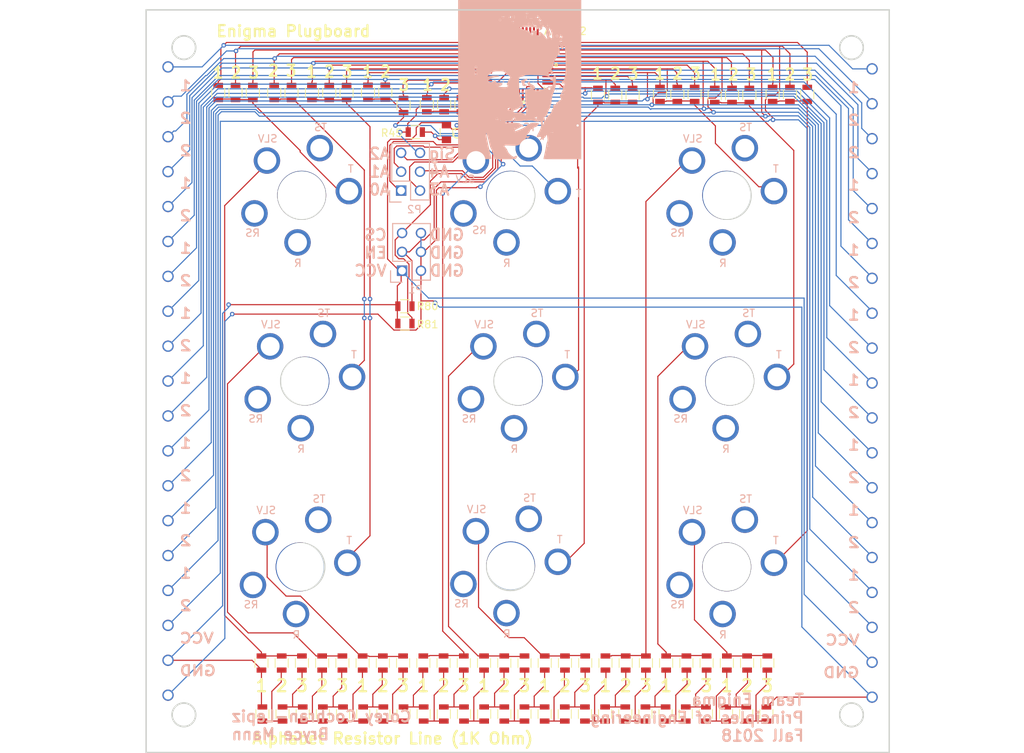
<source format=kicad_pcb>
(kicad_pcb (version 20171130) (host pcbnew 5.0.0-fee4fd1~66~ubuntu18.04.1)
  (layers (0 F.Cu signal) (31 B.Cu signal) (34 B.Paste user) (35 F.Paste user) (36 B.SilkS user) (37 F.SilkS user) (38 B.Mask user) (39 F.Mask user) (44 Edge.Cuts user))
  (net 0 "")
  (net 1 VCC)
  (net 2 GND)
  (net 3 /~EN)
  (net 4 /~CS)
  (net 5 /Dout)
  (net 6 /A2)
  (net 7 /A4)
  (net 8 /A1)
  (net 9 /A3)
  (net 10 /A0)
  (net 11 /B)
  (net 12 /C)
  (net 13 /D)
  (net 14 /E)
  (net 15 /F)
  (net 16 /G)
  (net 17 /H)
  (net 18 /I)
  (net 19 /J)
  (net 20 /K)
  (net 21 /L)
  (net 22 /M)
  (net 23 "Net-(J1-Pad1)")
  (net 24 "Net-(J1-Pad3)")
  (net 25 "Net-(J3-Pad1)")
  (net 26 /P)
  (net 27 "Net-(J3-Pad3)")
  (net 28 /R)
  (net 29 "Net-(J2-Pad1)")
  (net 30 "Net-(J2-Pad3)")
  (net 31 /N)
  (net 32 /U)
  (net 33 /O)
  (net 34 /W)
  (net 35 "Net-(J4-Pad1)")
  (net 36 "Net-(J4-Pad3)")
  (net 37 "Net-(J5-Pad1)")
  (net 38 "Net-(J5-Pad3)")
  (net 39 "Net-(J6-Pad1)")
  (net 40 /Y)
  (net 41 "Net-(J6-Pad3)")
  (net 42 /T)
  (net 43 /V)
  (net 44 /S)
  (net 45 "Net-(J8-Pad1)")
  (net 46 "Net-(J8-Pad3)")
  (net 47 /X)
  (net 48 "Net-(J9-Pad1)")
  (net 49 "Net-(J9-Pad3)")
  (net 50 /Z)
  (net 51 "Net-(J1-Pad2)")
  (net 52 "Net-(J2-Pad2)")
  (net 53 "Net-(J3-Pad2)")
  (net 54 "Net-(J4-Pad2)")
  (net 55 "Net-(J5-Pad2)")
  (net 56 "Net-(J6-Pad2)")
  (net 57 "Net-(J8-Pad2)")
  (net 58 "Net-(J9-Pad2)")
  (net 59 /SQ)
  (net 60 /SP)
  (net 61 /SW)
  (net 62 /SA)
  (net 63 /SY)
  (net 64 /SE)
  (net 65 /SS)
  (net 66 /SX)
  (net 67 /SR)
  (net 68 /SD)
  (net 69 /SC)
  (net 70 /ST)
  (net 71 /SF)
  (net 72 /SV)
  (net 73 /SZ)
  (net 74 /SG)
  (net 75 /SB)
  (net 76 "Net-(J10-Pad2)")
  (net 77 "Net-(J10-Pad3)")
  (net 78 "Net-(J10-Pad1)")
  (net 79 /SU)
  (net 80 /SI)
  (net 81 /SO)
  (net 82 /SH)
  (net 83 /SJ)
  (net 84 /SK)
  (net 85 /SN)
  (net 86 /SM)
  (net 87 /SL)
  (net 88 "Net-(U1-Pad13)")
  (net 89 "Net-(U1-Pad41)")
  (net 90 "Net-(U1-Pad42)")
  (net 91 "Net-(U1-Pad44)")
  (net 92 /A)
  (net 93 "Net-(U1-Pad39)")
  (net 94 "Net-(U1-Pad40)")
  (net 95 "Net-(U1-Pad45)")
  (net 96 "Net-(U1-Pad46)")
  (net 97 "Net-(U1-Pad47)")
  (net 98 "Net-(U1-Pad38)")
  (module enigmaprints:jack_hole (layer F.Cu) (at 138.811 106.172 180)
    (fp_text reference J2 hide)
    (fp_text value "1/4\" Jack")
    (fp_text user SLV (at 6.096 2.159 180) (layer B.SilkS) (effects (justify mirror)))
    (fp_text user TS (at -2.54 9.144 180) (layer B.SilkS) (effects (justify mirror)))
    (fp_text user T (at -9.144 0.254 180) (layer B.SilkS) (effects (justify mirror)))
    (fp_text user R (at 0.508 -9.144 180) (layer B.SilkS) (effects (justify mirror)))
    (fp_text user RS (at 4.191 -4.699 180) (layer B.SilkS) (effects (justify mirror)))
    (pad 0 thru_hole circle (at 0 0 180) (size 6.604 6.604) (drill 6.35) (layers *.Cu *.Mask))
    (pad 2 thru_hole circle (at 0.5588 -6.35 180) (size 3.556 3.556) (drill 2.54) (layers *.Cu *.Mask) (net 52 "Net-(J2-Pad2)"))
    (pad 3 thru_hole circle (at -6.35 0.5588 180) (size 3.556 3.556) (drill 2.54) (layers *.Cu *.Mask) (net 30 "Net-(J2-Pad3)"))
    (pad 5 thru_hole circle (at 6.35 -2.4384 180) (size 3.556 3.556) (drill 2.54) (layers *.Cu *.Mask))
    (pad 1 thru_hole circle (at 4.6736 4.6736 180) (size 3.556 3.556) (drill 2.54) (layers *.Cu *.Mask) (net 29 "Net-(J2-Pad1)"))
    (pad 4 thru_hole circle (at -2.4384 6.35 180) (size 3.556 3.556) (drill 2.54) (layers *.Cu *.Mask))
  )
  (module enigmaprints:jack_hole (layer F.Cu) (at 138.811 156.083 180)
    (fp_text reference J9 hide)
    (fp_text value "1/4\" Jack")
    (fp_text user SLV (at 4.572 7.62 180) (layer B.SilkS) (effects (justify mirror)))
    (fp_text user TS (at -2.54 9.144 180) (layer B.SilkS) (effects (justify mirror)))
    (fp_text user T (at -6.604 3.556 180) (layer B.SilkS) (effects (justify mirror)))
    (fp_text user R (at 0.508 -9.144 180) (layer B.SilkS) (effects (justify mirror)))
    (fp_text user RS (at 6.604 -5.08 180) (layer B.SilkS) (effects (justify mirror)))
    (pad 0 thru_hole circle (at 0 0 180) (size 6.604 6.604) (drill 6.35) (layers *.Cu *.Mask))
    (pad 2 thru_hole circle (at 0.5588 -6.35 180) (size 3.556 3.556) (drill 2.54) (layers *.Cu *.Mask) (net 58 "Net-(J9-Pad2)"))
    (pad 3 thru_hole circle (at -6.35 0.5588 180) (size 3.556 3.556) (drill 2.54) (layers *.Cu *.Mask) (net 49 "Net-(J9-Pad3)"))
    (pad 5 thru_hole circle (at 6.35 -2.4384 180) (size 3.556 3.556) (drill 2.54) (layers *.Cu *.Mask))
    (pad 1 thru_hole circle (at 4.6736 4.6736 180) (size 3.556 3.556) (drill 2.54) (layers *.Cu *.Mask) (net 48 "Net-(J9-Pad1)"))
    (pad 4 thru_hole circle (at -2.4384 6.35 180) (size 3.556 3.556) (drill 2.54) (layers *.Cu *.Mask))
  )
  (module enigmaprints:jack_hole (layer F.Cu) (at 110.49 156.21 180)
    (fp_text reference J8 hide)
    (fp_text value "1/4\" Jack")
    (fp_text user SLV (at 4.572 7.62 180) (layer B.SilkS) (effects (justify mirror)))
    (fp_text user TS (at -2.54 9.144 180) (layer B.SilkS) (effects (justify mirror)))
    (fp_text user T (at -6.604 3.556 180) (layer B.SilkS) (effects (justify mirror)))
    (fp_text user R (at 0.508 -9.144 180) (layer B.SilkS) (effects (justify mirror)))
    (fp_text user RS (at 6.604 -5.08 180) (layer B.SilkS) (effects (justify mirror)))
    (pad 0 thru_hole circle (at 0 0 180) (size 6.604 6.604) (drill 6.35) (layers *.Cu *.Mask))
    (pad 2 thru_hole circle (at 0.5588 -6.35 180) (size 3.556 3.556) (drill 2.54) (layers *.Cu *.Mask) (net 57 "Net-(J8-Pad2)"))
    (pad 3 thru_hole circle (at -6.35 0.5588 180) (size 3.556 3.556) (drill 2.54) (layers *.Cu *.Mask) (net 46 "Net-(J8-Pad3)"))
    (pad 5 thru_hole circle (at 6.35 -2.4384 180) (size 3.556 3.556) (drill 2.54) (layers *.Cu *.Mask))
    (pad 1 thru_hole circle (at 4.6736 4.6736 180) (size 3.556 3.556) (drill 2.54) (layers *.Cu *.Mask) (net 45 "Net-(J8-Pad1)"))
    (pad 4 thru_hole circle (at -2.4384 6.35 180) (size 3.556 3.556) (drill 2.54) (layers *.Cu *.Mask))
  )
  (module enigmaprints:jack_hole (layer F.Cu) (at 167.894 106.172 180)
    (fp_text reference J3 hide)
    (fp_text value "1/4\" Jack")
    (fp_text user SLV (at 4.572 7.62 180) (layer B.SilkS) (effects (justify mirror)))
    (fp_text user TS (at -2.54 9.144 180) (layer B.SilkS) (effects (justify mirror)))
    (fp_text user T (at -6.604 3.556 180) (layer B.SilkS) (effects (justify mirror)))
    (fp_text user R (at 0.508 -9.144 180) (layer B.SilkS) (effects (justify mirror)))
    (fp_text user RS (at 6.604 -5.08 180) (layer B.SilkS) (effects (justify mirror)))
    (pad 0 thru_hole circle (at 0 0 180) (size 6.604 6.604) (drill 6.35) (layers *.Cu *.Mask))
    (pad 2 thru_hole circle (at 0.5588 -6.35 180) (size 3.556 3.556) (drill 2.54) (layers *.Cu *.Mask) (net 53 "Net-(J3-Pad2)"))
    (pad 3 thru_hole circle (at -6.35 0.5588 180) (size 3.556 3.556) (drill 2.54) (layers *.Cu *.Mask) (net 27 "Net-(J3-Pad3)"))
    (pad 5 thru_hole circle (at 6.35 -2.4384 180) (size 3.556 3.556) (drill 2.54) (layers *.Cu *.Mask))
    (pad 1 thru_hole circle (at 4.6736 4.6736 180) (size 3.556 3.556) (drill 2.54) (layers *.Cu *.Mask) (net 25 "Net-(J3-Pad1)"))
    (pad 4 thru_hole circle (at -2.4384 6.35 180) (size 3.556 3.556) (drill 2.54) (layers *.Cu *.Mask))
  )
  (module enigmaprints:jack_hole (layer F.Cu) (at 139.827 131.191 180)
    (fp_text reference J5 hide)
    (fp_text value "1/4\" Jack")
    (fp_text user RS (at 6.604 -5.08 180) (layer B.SilkS) (effects (justify mirror)))
    (fp_text user R (at 0.508 -9.144 180) (layer B.SilkS) (effects (justify mirror)))
    (fp_text user T (at -6.604 3.556 180) (layer B.SilkS) (effects (justify mirror)))
    (fp_text user TS (at -2.54 9.144 180) (layer B.SilkS) (effects (justify mirror)))
    (fp_text user SLV (at 4.572 7.62 180) (layer B.SilkS) (effects (justify mirror)))
    (pad 4 thru_hole circle (at -2.4384 6.35 180) (size 3.556 3.556) (drill 2.54) (layers *.Cu *.Mask))
    (pad 1 thru_hole circle (at 4.6736 4.6736 180) (size 3.556 3.556) (drill 2.54) (layers *.Cu *.Mask) (net 37 "Net-(J5-Pad1)"))
    (pad 5 thru_hole circle (at 6.35 -2.4384 180) (size 3.556 3.556) (drill 2.54) (layers *.Cu *.Mask))
    (pad 3 thru_hole circle (at -6.35 0.5588 180) (size 3.556 3.556) (drill 2.54) (layers *.Cu *.Mask) (net 38 "Net-(J5-Pad3)"))
    (pad 2 thru_hole circle (at 0.5588 -6.35 180) (size 3.556 3.556) (drill 2.54) (layers *.Cu *.Mask) (net 55 "Net-(J5-Pad2)"))
    (pad 0 thru_hole circle (at 0 0 180) (size 6.604 6.604) (drill 6.35) (layers *.Cu *.Mask))
  )
  (module enigmaprints:jack_hole (layer F.Cu) (at 168.3004 131.191 180)
    (fp_text reference J6 hide)
    (fp_text value "1/4\" Jack")
    (fp_text user RS (at 6.604 -5.08 180) (layer B.SilkS) (effects (justify mirror)))
    (fp_text user R (at 0.508 -9.144 180) (layer B.SilkS) (effects (justify mirror)))
    (fp_text user T (at -6.604 3.556 180) (layer B.SilkS) (effects (justify mirror)))
    (fp_text user TS (at -2.54 9.144 180) (layer B.SilkS) (effects (justify mirror)))
    (fp_text user SLV (at 4.572 7.62 180) (layer B.SilkS) (effects (justify mirror)))
    (pad 4 thru_hole circle (at -2.4384 6.35 180) (size 3.556 3.556) (drill 2.54) (layers *.Cu *.Mask))
    (pad 1 thru_hole circle (at 4.6736 4.6736 180) (size 3.556 3.556) (drill 2.54) (layers *.Cu *.Mask) (net 39 "Net-(J6-Pad1)"))
    (pad 5 thru_hole circle (at 6.35 -2.4384 180) (size 3.556 3.556) (drill 2.54) (layers *.Cu *.Mask))
    (pad 3 thru_hole circle (at -6.35 0.5588 180) (size 3.556 3.556) (drill 2.54) (layers *.Cu *.Mask) (net 41 "Net-(J6-Pad3)"))
    (pad 2 thru_hole circle (at 0.5588 -6.35 180) (size 3.556 3.556) (drill 2.54) (layers *.Cu *.Mask) (net 56 "Net-(J6-Pad2)"))
    (pad 0 thru_hole circle (at 0 0 180) (size 6.604 6.604) (drill 6.35) (layers *.Cu *.Mask))
  )
  (module footprints:C_0805_OEM (layer F.Cu) (at 130.175 97.663 270)
    (fp_text reference C1 (at 0 -1.5 270) (layer F.SilkS))
    (fp_text value C_0.1uF hide)
    (pad 1 smd rect (at -1 0 270) (size 1 1.25) (layers F.Cu F.Paste F.Mask) (net 1 VCC))
    (pad 2 smd rect (at 1 0 270) (size 1 1.25) (layers F.Cu F.Paste F.Mask) (net 2 GND))
  )
  (module enigmaprints:jack_hole (layer F.Cu) (at 110.6932 106.172 180)
    (fp_text reference J1 hide)
    (fp_text value "1/4\" Jack")
    (fp_text user RS (at 6.604 -5.08 180) (layer B.SilkS) (effects (justify mirror)))
    (fp_text user R (at 0.508 -9.144 180) (layer B.SilkS) (effects (justify mirror)))
    (fp_text user T (at -6.604 3.556 180) (layer B.SilkS) (effects (justify mirror)))
    (fp_text user TS (at -2.54 9.144 180) (layer B.SilkS) (effects (justify mirror)))
    (fp_text user SLV (at 4.572 7.62 180) (layer B.SilkS) (effects (justify mirror)))
    (pad 4 thru_hole circle (at -2.4384 6.35 180) (size 3.556 3.556) (drill 2.54) (layers *.Cu *.Mask))
    (pad 1 thru_hole circle (at 4.6736 4.6736 180) (size 3.556 3.556) (drill 2.54) (layers *.Cu *.Mask) (net 23 "Net-(J1-Pad1)"))
    (pad 5 thru_hole circle (at 6.35 -2.4384 180) (size 3.556 3.556) (drill 2.54) (layers *.Cu *.Mask))
    (pad 3 thru_hole circle (at -6.35 0.5588 180) (size 3.556 3.556) (drill 2.54) (layers *.Cu *.Mask) (net 24 "Net-(J1-Pad3)"))
    (pad 2 thru_hole circle (at 0.5588 -6.35 180) (size 3.556 3.556) (drill 2.54) (layers *.Cu *.Mask) (net 51 "Net-(J1-Pad2)"))
    (pad 0 thru_hole circle (at 0 0 180) (size 6.604 6.604) (drill 6.35) (layers *.Cu *.Mask))
  )
  (module enigmaprints:jack_hole (layer F.Cu) (at 111.125 131.191 180)
    (fp_text reference J4 hide)
    (fp_text value "1/4\" Jack")
    (fp_text user RS (at 6.604 -5.08 180) (layer B.SilkS) (effects (justify mirror)))
    (fp_text user R (at 0.508 -9.144 180) (layer B.SilkS) (effects (justify mirror)))
    (fp_text user T (at -6.604 3.556 180) (layer B.SilkS) (effects (justify mirror)))
    (fp_text user TS (at -2.54 9.144 180) (layer B.SilkS) (effects (justify mirror)))
    (fp_text user SLV (at 4.572 7.62 180) (layer B.SilkS) (effects (justify mirror)))
    (pad 4 thru_hole circle (at -2.4384 6.35 180) (size 3.556 3.556) (drill 2.54) (layers *.Cu *.Mask))
    (pad 1 thru_hole circle (at 4.6736 4.6736 180) (size 3.556 3.556) (drill 2.54) (layers *.Cu *.Mask) (net 35 "Net-(J4-Pad1)"))
    (pad 5 thru_hole circle (at 6.35 -2.4384 180) (size 3.556 3.556) (drill 2.54) (layers *.Cu *.Mask))
    (pad 3 thru_hole circle (at -6.35 0.5588 180) (size 3.556 3.556) (drill 2.54) (layers *.Cu *.Mask) (net 36 "Net-(J4-Pad3)"))
    (pad 2 thru_hole circle (at 0.5588 -6.35 180) (size 3.556 3.556) (drill 2.54) (layers *.Cu *.Mask) (net 54 "Net-(J4-Pad2)"))
    (pad 0 thru_hole circle (at 0 0 180) (size 6.604 6.604) (drill 6.35) (layers *.Cu *.Mask))
  )
  (module enigmaprints:sidebar (layer F.Cu) (at 187.452 89.152)
    (fp_text reference J11 hide)
    (fp_text value Conn_01x19_Male_0)
    (pad 1 thru_hole circle (at 0 0) (size 1.524 1.524) (drill 1.143) (layers *.Cu *.Mask) (net 59 /SQ))
    (pad 2 thru_hole circle (at 0 4.7) (size 1.524 1.524) (drill 1.143) (layers *.Cu *.Mask) (net 67 /SR))
    (pad 3 thru_hole circle (at 0 9.4) (size 1.524 1.524) (drill 1.143) (layers *.Cu *.Mask) (net 68 /SD))
    (pad 4 thru_hole circle (at 0 14.1) (size 1.524 1.524) (drill 1.143) (layers *.Cu *.Mask) (net 60 /SP))
    (pad 5 thru_hole circle (at 0 18.8) (size 1.524 1.524) (drill 1.143) (layers *.Cu *.Mask) (net 69 /SC))
    (pad 6 thru_hole circle (at 0 23.5) (size 1.524 1.524) (drill 1.143) (layers *.Cu *.Mask) (net 61 /SW))
    (pad 7 thru_hole circle (at 0 28.2) (size 1.524 1.524) (drill 1.143) (layers *.Cu *.Mask) (net 70 /ST))
    (pad 8 thru_hole circle (at 0 32.9) (size 1.524 1.524) (drill 1.143) (layers *.Cu *.Mask) (net 62 /SA))
    (pad 9 thru_hole circle (at 0 37.6) (size 1.524 1.524) (drill 1.143) (layers *.Cu *.Mask) (net 71 /SF))
    (pad 10 thru_hole circle (at 0 42.3) (size 1.524 1.524) (drill 1.143) (layers *.Cu *.Mask) (net 63 /SY))
    (pad 11 thru_hole circle (at 0 47) (size 1.524 1.524) (drill 1.143) (layers *.Cu *.Mask) (net 72 /SV))
    (pad 12 thru_hole circle (at 0 51.7) (size 1.524 1.524) (drill 1.143) (layers *.Cu *.Mask) (net 64 /SE))
    (pad 13 thru_hole circle (at 0 56.4) (size 1.524 1.524) (drill 1.143) (layers *.Cu *.Mask) (net 73 /SZ))
    (pad 14 thru_hole circle (at 0 61.1) (size 1.524 1.524) (drill 1.143) (layers *.Cu *.Mask) (net 65 /SS))
    (pad 15 thru_hole circle (at 0 65.8) (size 1.524 1.524) (drill 1.143) (layers *.Cu *.Mask) (net 74 /SG))
    (pad 16 thru_hole circle (at 0 70.5) (size 1.524 1.524) (drill 1.143) (layers *.Cu *.Mask) (net 66 /SX))
    (pad 17 thru_hole circle (at 0 75.2) (size 1.524 1.524) (drill 1.143) (layers *.Cu *.Mask) (net 75 /SB))
    (pad 18 thru_hole circle (at 0 79.9) (size 1.524 1.524) (drill 1.143) (layers *.Cu *.Mask) (net 1 VCC))
    (pad 19 thru_hole circle (at 0 84.6) (size 1.524 1.524) (drill 1.143) (layers *.Cu *.Mask) (net 2 GND))
  )
  (module enigmaprints:Pin_Header_Straight_2x03 (layer B.Cu) (at 124.206 116.332)
    (fp_text reference P1 (at 1.778 2.54) (layer B.SilkS) (effects (justify mirror)))
    (fp_text value CONN_02X03 hide)
    (pad 1 thru_hole rect (at 0 0) (size 1.4 1.4) (drill 1.016) (layers *.Cu *.Mask) (net 1 VCC))
    (pad 2 thru_hole circle (at 2.54 0) (size 1.4 1.4) (drill 1.016) (layers *.Cu *.Mask) (net 2 GND))
    (pad 3 thru_hole circle (at 0 -2.54) (size 1.4 1.4) (drill 1.016) (layers *.Cu *.Mask) (net 3 /~EN))
    (pad 4 thru_hole circle (at 2.54 -2.54) (size 1.4 1.4) (drill 1.016) (layers *.Cu *.Mask) (net 2 GND))
    (pad 5 thru_hole circle (at 0 -5.08) (size 1.4 1.4) (drill 1.016) (layers *.Cu *.Mask) (net 4 /~CS))
    (pad 6 thru_hole circle (at 2.54 -5.08) (size 1.4 1.4) (drill 1.016) (layers *.Cu *.Mask) (net 2 GND))
  )
  (module enigmaprints:Pin_Header_Straight_2x03 (layer B.Cu) (at 124.079 105.537)
    (fp_text reference P2 (at 1.778 2.54) (layer B.SilkS) (effects (justify mirror)))
    (fp_text value CONN_02X03 hide)
    (pad 6 thru_hole circle (at 2.54 -5.08) (size 1.4 1.4) (drill 1.016) (layers *.Cu *.Mask) (net 5 /Dout))
    (pad 5 thru_hole circle (at 0 -5.08) (size 1.4 1.4) (drill 1.016) (layers *.Cu *.Mask) (net 6 /A2))
    (pad 4 thru_hole circle (at 2.54 -2.54) (size 1.4 1.4) (drill 1.016) (layers *.Cu *.Mask) (net 7 /A4))
    (pad 3 thru_hole circle (at 0 -2.54) (size 1.4 1.4) (drill 1.016) (layers *.Cu *.Mask) (net 8 /A1))
    (pad 2 thru_hole circle (at 2.54 0) (size 1.4 1.4) (drill 1.016) (layers *.Cu *.Mask) (net 9 /A3))
    (pad 1 thru_hole rect (at 0 0) (size 1.4 1.4) (drill 1.016) (layers *.Cu *.Mask) (net 10 /A0))
  )
  (module enigmaprints:R_0805_OEM (layer F.Cu) (at 105.41 176.022 90)
    (fp_text reference R1 hide)
    (fp_text value R_1K hide)
    (pad 1 smd rect (at -0.95 0 90) (size 0.7 1.3) (layers F.Cu F.Paste F.Mask) (net 28 /R))
    (pad 2 smd rect (at 0.95 0 90) (size 0.7 1.3) (layers F.Cu F.Paste F.Mask) (net 1 VCC))
  )
  (module enigmaprints:R_0805_OEM (layer F.Cu) (at 108.12272 176.022 270)
    (fp_text reference R2 hide)
    (fp_text value R_1K hide)
    (pad 2 smd rect (at 0.95 0 270) (size 0.7 1.3) (layers F.Cu F.Paste F.Mask) (net 28 /R))
    (pad 1 smd rect (at -0.95 0 270) (size 0.7 1.3) (layers F.Cu F.Paste F.Mask) (net 32 /U))
  )
  (module enigmaprints:R_0805_OEM (layer F.Cu) (at 110.83544 176.022 90)
    (fp_text reference R3 hide)
    (fp_text value R_1K hide)
    (pad 1 smd rect (at -0.95 0 90) (size 0.7 1.3) (layers F.Cu F.Paste F.Mask) (net 13 /D))
    (pad 2 smd rect (at 0.95 0 90) (size 0.7 1.3) (layers F.Cu F.Paste F.Mask) (net 32 /U))
  )
  (module enigmaprints:R_0805_OEM (layer F.Cu) (at 113.54816 176.022 270)
    (fp_text reference R4 hide)
    (fp_text value R_1K hide)
    (pad 2 smd rect (at 0.95 0 270) (size 0.7 1.3) (layers F.Cu F.Paste F.Mask) (net 13 /D))
    (pad 1 smd rect (at -0.95 0 270) (size 0.7 1.3) (layers F.Cu F.Paste F.Mask) (net 17 /H))
  )
  (module enigmaprints:R_0805_OEM (layer F.Cu) (at 116.26088 176.022 90)
    (fp_text reference R5 hide)
    (fp_text value R_1K hide)
    (pad 1 smd rect (at -0.95 0 90) (size 0.7 1.3) (layers F.Cu F.Paste F.Mask) (net 26 /P))
    (pad 2 smd rect (at 0.95 0 90) (size 0.7 1.3) (layers F.Cu F.Paste F.Mask) (net 17 /H))
  )
  (module enigmaprints:R_0805_OEM (layer F.Cu) (at 118.9736 176.022 270)
    (fp_text reference R6 hide)
    (fp_text value R_1K hide)
    (pad 2 smd rect (at 0.95 0 270) (size 0.7 1.3) (layers F.Cu F.Paste F.Mask) (net 26 /P))
    (pad 1 smd rect (at -0.95 0 270) (size 0.7 1.3) (layers F.Cu F.Paste F.Mask) (net 12 /C))
  )
  (module enigmaprints:R_0805_OEM (layer F.Cu) (at 121.68632 176.022 90)
    (fp_text reference R7 hide)
    (fp_text value R_1K hide)
    (pad 2 smd rect (at 0.95 0 90) (size 0.7 1.3) (layers F.Cu F.Paste F.Mask) (net 12 /C))
    (pad 1 smd rect (at -0.95 0 90) (size 0.7 1.3) (layers F.Cu F.Paste F.Mask) (net 31 /N))
  )
  (module enigmaprints:R_0805_OEM (layer F.Cu) (at 124.39904 176.022 270)
    (fp_text reference R8 hide)
    (fp_text value R_1K hide)
    (pad 1 smd rect (at -0.95 0 270) (size 0.7 1.3) (layers F.Cu F.Paste F.Mask) (net 34 /W))
    (pad 2 smd rect (at 0.95 0 270) (size 0.7 1.3) (layers F.Cu F.Paste F.Mask) (net 31 /N))
  )
  (module enigmaprints:R_0805_OEM (layer F.Cu) (at 127.11176 176.022 90)
    (fp_text reference R9 hide)
    (fp_text value R_1K hide)
    (pad 1 smd rect (at -0.95 0 90) (size 0.7 1.3) (layers F.Cu F.Paste F.Mask) (net 42 /T))
    (pad 2 smd rect (at 0.95 0 90) (size 0.7 1.3) (layers F.Cu F.Paste F.Mask) (net 34 /W))
  )
  (module enigmaprints:R_0805_OEM (layer F.Cu) (at 129.82448 176.022 270)
    (fp_text reference R10 hide)
    (fp_text value R_1K hide)
    (pad 1 smd rect (at -0.95 0 270) (size 0.7 1.3) (layers F.Cu F.Paste F.Mask) (net 18 /I))
    (pad 2 smd rect (at 0.95 0 270) (size 0.7 1.3) (layers F.Cu F.Paste F.Mask) (net 42 /T))
  )
  (module enigmaprints:R_0805_OEM (layer F.Cu) (at 132.5372 176.022 90)
    (fp_text reference R11 hide)
    (fp_text value R_1K hide)
    (pad 2 smd rect (at 0.95 0 90) (size 0.7 1.3) (layers F.Cu F.Paste F.Mask) (net 18 /I))
    (pad 1 smd rect (at -0.95 0 90) (size 0.7 1.3) (layers F.Cu F.Paste F.Mask) (net 92 /A))
  )
  (module enigmaprints:R_0805_OEM (layer F.Cu) (at 135.24992 176.022 270)
    (fp_text reference R12 hide)
    (fp_text value R_1K hide)
    (pad 2 smd rect (at 0.95 0 270) (size 0.7 1.3) (layers F.Cu F.Paste F.Mask) (net 92 /A))
    (pad 1 smd rect (at -0.95 0 270) (size 0.7 1.3) (layers F.Cu F.Paste F.Mask) (net 15 /F))
  )
  (module enigmaprints:R_0805_OEM (layer F.Cu) (at 137.96264 176.022 90)
    (fp_text reference R13 hide)
    (fp_text value R_1K hide)
    (pad 1 smd rect (at -0.95 0 90) (size 0.7 1.3) (layers F.Cu F.Paste F.Mask) (net 19 /J))
    (pad 2 smd rect (at 0.95 0 90) (size 0.7 1.3) (layers F.Cu F.Paste F.Mask) (net 15 /F))
  )
  (module enigmaprints:R_0805_OEM (layer F.Cu) (at 140.67536 176.022 270)
    (fp_text reference R14 hide)
    (fp_text value R_1K hide)
    (pad 2 smd rect (at 0.95 0 270) (size 0.7 1.3) (layers F.Cu F.Paste F.Mask) (net 19 /J))
    (pad 1 smd rect (at -0.95 0 270) (size 0.7 1.3) (layers F.Cu F.Paste F.Mask) (net 40 /Y))
  )
  (module enigmaprints:R_0805_OEM (layer F.Cu) (at 143.38808 176.022 90)
    (fp_text reference R15 hide)
    (fp_text value R_1K hide)
    (pad 1 smd rect (at -0.95 0 90) (size 0.7 1.3) (layers F.Cu F.Paste F.Mask) (net 43 /V))
    (pad 2 smd rect (at 0.95 0 90) (size 0.7 1.3) (layers F.Cu F.Paste F.Mask) (net 40 /Y))
  )
  (module enigmaprints:R_0805_OEM (layer F.Cu) (at 146.1008 176.022 270)
    (fp_text reference R16 hide)
    (fp_text value R_1K hide)
    (pad 1 smd rect (at -0.95 0 270) (size 0.7 1.3) (layers F.Cu F.Paste F.Mask) (net 22 /M))
    (pad 2 smd rect (at 0.95 0 270) (size 0.7 1.3) (layers F.Cu F.Paste F.Mask) (net 43 /V))
  )
  (module enigmaprints:R_0805_OEM (layer F.Cu) (at 148.81352 176.022 90)
    (fp_text reference R17 hide)
    (fp_text value R_1K hide)
    (pad 2 smd rect (at 0.95 0 90) (size 0.7 1.3) (layers F.Cu F.Paste F.Mask) (net 22 /M))
    (pad 1 smd rect (at -0.95 0 90) (size 0.7 1.3) (layers F.Cu F.Paste F.Mask) (net 14 /E))
  )
  (module enigmaprints:R_0805_OEM (layer F.Cu) (at 151.52624 176.022 270)
    (fp_text reference R18 hide)
    (fp_text value R_1K hide)
    (pad 2 smd rect (at 0.95 0 270) (size 0.7 1.3) (layers F.Cu F.Paste F.Mask) (net 14 /E))
    (pad 1 smd rect (at -0.95 0 270) (size 0.7 1.3) (layers F.Cu F.Paste F.Mask) (net 50 /Z))
  )
  (module enigmaprints:R_0805_OEM (layer F.Cu) (at 154.23896 176.022 90)
    (fp_text reference R19 hide)
    (fp_text value R_1K hide)
    (pad 2 smd rect (at 0.95 0 90) (size 0.7 1.3) (layers F.Cu F.Paste F.Mask) (net 50 /Z))
    (pad 1 smd rect (at -0.95 0 90) (size 0.7 1.3) (layers F.Cu F.Paste F.Mask) (net 33 /O))
  )
  (module enigmaprints:R_0805_OEM (layer F.Cu) (at 156.95168 176.022 270)
    (fp_text reference R20 hide)
    (fp_text value R_1K hide)
    (pad 1 smd rect (at -0.95 0 270) (size 0.7 1.3) (layers F.Cu F.Paste F.Mask) (net 44 /S))
    (pad 2 smd rect (at 0.95 0 270) (size 0.7 1.3) (layers F.Cu F.Paste F.Mask) (net 33 /O))
  )
  (module enigmaprints:R_0805_OEM (layer F.Cu) (at 159.6644 176.022 90)
    (fp_text reference R21 hide)
    (fp_text value R_1K hide)
    (pad 2 smd rect (at 0.95 0 90) (size 0.7 1.3) (layers F.Cu F.Paste F.Mask) (net 44 /S))
    (pad 1 smd rect (at -0.95 0 90) (size 0.7 1.3) (layers F.Cu F.Paste F.Mask) (net 16 /G))
  )
  (module enigmaprints:R_0805_OEM (layer F.Cu) (at 162.37712 176.022 270)
    (fp_text reference R22 hide)
    (fp_text value R_1K hide)
    (pad 2 smd rect (at 0.95 0 270) (size 0.7 1.3) (layers F.Cu F.Paste F.Mask) (net 16 /G))
    (pad 1 smd rect (at -0.95 0 270) (size 0.7 1.3) (layers F.Cu F.Paste F.Mask) (net 20 /K))
  )
  (module enigmaprints:R_0805_OEM (layer F.Cu) (at 165.08984 176.022 90)
    (fp_text reference R23 hide)
    (fp_text value R_1K hide)
    (pad 2 smd rect (at 0.95 0 90) (size 0.7 1.3) (layers F.Cu F.Paste F.Mask) (net 20 /K))
    (pad 1 smd rect (at -0.95 0 90) (size 0.7 1.3) (layers F.Cu F.Paste F.Mask) (net 47 /X))
  )
  (module enigmaprints:R_0805_OEM (layer F.Cu) (at 167.80256 176.022 270)
    (fp_text reference R24 hide)
    (fp_text value R_1K hide)
    (pad 1 smd rect (at -0.95 0 270) (size 0.7 1.3) (layers F.Cu F.Paste F.Mask) (net 11 /B))
    (pad 2 smd rect (at 0.95 0 270) (size 0.7 1.3) (layers F.Cu F.Paste F.Mask) (net 47 /X))
  )
  (module enigmaprints:R_0805_OEM (layer F.Cu) (at 170.51528 176.022 90)
    (fp_text reference R25 hide)
    (fp_text value R_1K hide)
    (pad 1 smd rect (at -0.95 0 90) (size 0.7 1.3) (layers F.Cu F.Paste F.Mask) (net 21 /L))
    (pad 2 smd rect (at 0.95 0 90) (size 0.7 1.3) (layers F.Cu F.Paste F.Mask) (net 11 /B))
  )
  (module enigmaprints:R_0805_OEM (layer F.Cu) (at 173.228 176.022 270)
    (fp_text reference R26 hide)
    (fp_text value R_1K hide)
    (pad 2 smd rect (at 0.95 0 270) (size 0.7 1.3) (layers F.Cu F.Paste F.Mask) (net 21 /L))
    (pad 1 smd rect (at -0.95 0 270) (size 0.7 1.3) (layers F.Cu F.Paste F.Mask) (net 2 GND))
  )
  (module enigmaprints:R_0805_OEM (layer F.Cu) (at 105.283 169.156662 270)
    (fp_text reference R27 hide)
    (fp_text value R_0 hide)
    (pad 2 smd rect (at 0.95 0 270) (size 0.7 1.3) (layers F.Cu F.Paste F.Mask) (net 1 VCC))
    (pad 1 smd rect (at -0.95 0 270) (size 0.7 1.3) (layers F.Cu F.Paste F.Mask) (net 23 "Net-(J1-Pad1)"))
  )
  (module enigmaprints:R_0805_OEM (layer F.Cu) (at 108.00588 169.156662 270)
    (fp_text reference R28 hide)
    (fp_text value R_0 hide)
    (pad 1 smd rect (at -0.95 0 270) (size 0.7 1.3) (layers F.Cu F.Paste F.Mask) (net 23 "Net-(J1-Pad1)"))
    (pad 2 smd rect (at 0.95 0 270) (size 0.7 1.3) (layers F.Cu F.Paste F.Mask) (net 28 /R))
  )
  (module enigmaprints:R_0805_OEM (layer F.Cu) (at 110.72876 169.156662 270)
    (fp_text reference R29 hide)
    (fp_text value R_0 hide)
    (pad 1 smd rect (at -0.95 0 270) (size 0.7 1.3) (layers F.Cu F.Paste F.Mask) (net 23 "Net-(J1-Pad1)"))
    (pad 2 smd rect (at 0.95 0 270) (size 0.7 1.3) (layers F.Cu F.Paste F.Mask) (net 32 /U))
  )
  (module enigmaprints:R_0805_OEM (layer F.Cu) (at 127.06604 169.156662 270)
    (fp_text reference R30 hide)
    (fp_text value R_0 hide)
    (pad 1 smd rect (at -0.95 0 270) (size 0.7 1.3) (layers F.Cu F.Paste F.Mask) (net 29 "Net-(J2-Pad1)"))
    (pad 2 smd rect (at 0.95 0 270) (size 0.7 1.3) (layers F.Cu F.Paste F.Mask) (net 34 /W))
  )
  (module enigmaprints:R_0805_OEM (layer F.Cu) (at 129.78892 169.156662 270)
    (fp_text reference R31 hide)
    (fp_text value R_0 hide)
    (pad 2 smd rect (at 0.95 0 270) (size 0.7 1.3) (layers F.Cu F.Paste F.Mask) (net 42 /T))
    (pad 1 smd rect (at -0.95 0 270) (size 0.7 1.3) (layers F.Cu F.Paste F.Mask) (net 29 "Net-(J2-Pad1)"))
  )
  (module enigmaprints:R_0805_OEM (layer F.Cu) (at 132.5118 169.156662 270)
    (fp_text reference R32 hide)
    (fp_text value R_0 hide)
    (pad 2 smd rect (at 0.95 0 270) (size 0.7 1.3) (layers F.Cu F.Paste F.Mask) (net 18 /I))
    (pad 1 smd rect (at -0.95 0 270) (size 0.7 1.3) (layers F.Cu F.Paste F.Mask) (net 29 "Net-(J2-Pad1)"))
  )
  (module enigmaprints:R_0805_OEM (layer F.Cu) (at 151.57196 169.156662 270)
    (fp_text reference R33 hide)
    (fp_text value R_0 hide)
    (pad 2 smd rect (at 0.95 0 270) (size 0.7 1.3) (layers F.Cu F.Paste F.Mask) (net 14 /E))
    (pad 1 smd rect (at -0.95 0 270) (size 0.7 1.3) (layers F.Cu F.Paste F.Mask) (net 25 "Net-(J3-Pad1)"))
  )
  (module enigmaprints:R_0805_OEM (layer F.Cu) (at 154.29484 169.156662 270)
    (fp_text reference R34 hide)
    (fp_text value R_0 hide)
    (pad 2 smd rect (at 0.95 0 270) (size 0.7 1.3) (layers F.Cu F.Paste F.Mask) (net 50 /Z))
    (pad 1 smd rect (at -0.95 0 270) (size 0.7 1.3) (layers F.Cu F.Paste F.Mask) (net 25 "Net-(J3-Pad1)"))
  )
  (module enigmaprints:R_0805_OEM (layer F.Cu) (at 157.01772 169.156662 270)
    (fp_text reference R35 hide)
    (fp_text value R_0 hide)
    (pad 1 smd rect (at -0.95 0 270) (size 0.7 1.3) (layers F.Cu F.Paste F.Mask) (net 25 "Net-(J3-Pad1)"))
    (pad 2 smd rect (at 0.95 0 270) (size 0.7 1.3) (layers F.Cu F.Paste F.Mask) (net 33 /O))
  )
  (module enigmaprints:R_0805_OEM (layer F.Cu) (at 99.462165 92.329 90)
    (fp_text reference R36 hide)
    (fp_text value R_0 hide)
    (pad 1 smd rect (at -0.95 0 90) (size 0.7 1.3) (layers F.Cu F.Paste F.Mask) (net 24 "Net-(J1-Pad3)"))
    (pad 2 smd rect (at 0.95 0 90) (size 0.7 1.3) (layers F.Cu F.Paste F.Mask) (net 59 /SQ))
  )
  (module enigmaprints:R_0805_OEM (layer F.Cu) (at 101.79285 92.329 90)
    (fp_text reference R37 hide)
    (fp_text value R_0 hide)
    (pad 1 smd rect (at -0.95 0 90) (size 0.7 1.3) (layers F.Cu F.Paste F.Mask) (net 24 "Net-(J1-Pad3)"))
    (pad 2 smd rect (at 0.95 0 90) (size 0.7 1.3) (layers F.Cu F.Paste F.Mask) (net 67 /SR))
  )
  (module enigmaprints:R_0805_OEM (layer F.Cu) (at 104.123535 92.329 90)
    (fp_text reference R38 hide)
    (fp_text value R_0 hide)
    (pad 2 smd rect (at 0.95 0 90) (size 0.7 1.3) (layers F.Cu F.Paste F.Mask) (net 79 /SU))
    (pad 1 smd rect (at -0.95 0 90) (size 0.7 1.3) (layers F.Cu F.Paste F.Mask) (net 24 "Net-(J1-Pad3)"))
  )
  (module enigmaprints:R_0805_OEM (layer F.Cu) (at 119.614371 92.295672 90)
    (fp_text reference R39 hide)
    (fp_text value R_0 hide)
    (pad 1 smd rect (at -0.95 0 90) (size 0.7 1.3) (layers F.Cu F.Paste F.Mask) (net 30 "Net-(J2-Pad3)"))
    (pad 2 smd rect (at 0.95 0 90) (size 0.7 1.3) (layers F.Cu F.Paste F.Mask) (net 61 /SW))
  )
  (module enigmaprints:R_0805_OEM (layer F.Cu) (at 121.945056 92.295672 90)
    (fp_text reference R40 hide)
    (fp_text value R_0 hide)
    (pad 1 smd rect (at -0.95 0 90) (size 0.7 1.3) (layers F.Cu F.Paste F.Mask) (net 30 "Net-(J2-Pad3)"))
    (pad 2 smd rect (at 0.95 0 90) (size 0.7 1.3) (layers F.Cu F.Paste F.Mask) (net 70 /ST))
  )
  (module enigmaprints:R_0805_OEM (layer F.Cu) (at 124.402741 94.073672 90)
    (fp_text reference R41 hide)
    (fp_text value R_0 hide)
    (pad 1 smd rect (at -0.95 0 90) (size 0.7 1.3) (layers F.Cu F.Paste F.Mask) (net 30 "Net-(J2-Pad3)"))
    (pad 2 smd rect (at 0.95 0 90) (size 0.7 1.3) (layers F.Cu F.Paste F.Mask) (net 80 /SI))
  )
  (module enigmaprints:R_0805_OEM (layer F.Cu) (at 158.912275 92.583 90)
    (fp_text reference R42 hide)
    (fp_text value R_0 hide)
    (pad 1 smd rect (at -0.95 0 90) (size 0.7 1.3) (layers F.Cu F.Paste F.Mask) (net 27 "Net-(J3-Pad3)"))
    (pad 2 smd rect (at 0.95 0 90) (size 0.7 1.3) (layers F.Cu F.Paste F.Mask) (net 64 /SE))
  )
  (module enigmaprints:R_0805_OEM (layer F.Cu) (at 161.24296 92.583 90)
    (fp_text reference R43 hide)
    (fp_text value R_0 hide)
    (pad 2 smd rect (at 0.95 0 90) (size 0.7 1.3) (layers F.Cu F.Paste F.Mask) (net 73 /SZ))
    (pad 1 smd rect (at -0.95 0 90) (size 0.7 1.3) (layers F.Cu F.Paste F.Mask) (net 27 "Net-(J3-Pad3)"))
  )
  (module enigmaprints:R_0805_OEM (layer F.Cu) (at 163.573645 92.583 90)
    (fp_text reference R44 hide)
    (fp_text value R_0 hide)
    (pad 1 smd rect (at -0.95 0 90) (size 0.7 1.3) (layers F.Cu F.Paste F.Mask) (net 27 "Net-(J3-Pad3)"))
    (pad 2 smd rect (at 0.95 0 90) (size 0.7 1.3) (layers F.Cu F.Paste F.Mask) (net 81 /SO))
  )
  (module enigmaprints:R_0805_OEM (layer F.Cu) (at 125.984 97.663)
    (fp_text reference R45 (at -3.175 0.127) (layer F.SilkS))
    (fp_text value R_10K hide)
    (pad 2 smd rect (at 0.95 0) (size 0.7 1.3) (layers F.Cu F.Paste F.Mask) (net 2 GND))
    (pad 1 smd rect (at -0.95 0) (size 0.7 1.3) (layers F.Cu F.Paste F.Mask) (net 5 /Dout))
  )
  (module enigmaprints:R_0805_OEM (layer F.Cu) (at 113.45164 169.156662 90)
    (fp_text reference R46 hide)
    (fp_text value R_0 hide)
    (pad 1 smd rect (at -0.95 0 90) (size 0.7 1.3) (layers F.Cu F.Paste F.Mask) (net 13 /D))
    (pad 2 smd rect (at 0.95 0 90) (size 0.7 1.3) (layers F.Cu F.Paste F.Mask) (net 35 "Net-(J4-Pad1)"))
  )
  (module enigmaprints:R_0805_OEM (layer F.Cu) (at 116.17452 169.156662 90)
    (fp_text reference R47 hide)
    (fp_text value R_0 hide)
    (pad 1 smd rect (at -0.95 0 90) (size 0.7 1.3) (layers F.Cu F.Paste F.Mask) (net 17 /H))
    (pad 2 smd rect (at 0.95 0 90) (size 0.7 1.3) (layers F.Cu F.Paste F.Mask) (net 35 "Net-(J4-Pad1)"))
  )
  (module enigmaprints:R_0805_OEM (layer F.Cu) (at 135.23468 169.156662 90)
    (fp_text reference R48 hide)
    (fp_text value R_0 hide)
    (pad 2 smd rect (at 0.95 0 90) (size 0.7 1.3) (layers F.Cu F.Paste F.Mask) (net 37 "Net-(J5-Pad1)"))
    (pad 1 smd rect (at -0.95 0 90) (size 0.7 1.3) (layers F.Cu F.Paste F.Mask) (net 92 /A))
  )
  (module enigmaprints:R_0805_OEM (layer F.Cu) (at 137.95756 169.156662 90)
    (fp_text reference R49 hide)
    (fp_text value R_0 hide)
    (pad 2 smd rect (at 0.95 0 90) (size 0.7 1.3) (layers F.Cu F.Paste F.Mask) (net 37 "Net-(J5-Pad1)"))
    (pad 1 smd rect (at -0.95 0 90) (size 0.7 1.3) (layers F.Cu F.Paste F.Mask) (net 15 /F))
  )
  (module enigmaprints:R_0805_OEM (layer F.Cu) (at 140.68044 169.156662 90)
    (fp_text reference R50 hide)
    (fp_text value R_0 hide)
    (pad 2 smd rect (at 0.95 0 90) (size 0.7 1.3) (layers F.Cu F.Paste F.Mask) (net 37 "Net-(J5-Pad1)"))
    (pad 1 smd rect (at -0.95 0 90) (size 0.7 1.3) (layers F.Cu F.Paste F.Mask) (net 19 /J))
  )
  (module enigmaprints:R_0805_OEM (layer F.Cu) (at 159.7406 169.156662 90)
    (fp_text reference R51 hide)
    (fp_text value R_0 hide)
    (pad 1 smd rect (at -0.95 0 90) (size 0.7 1.3) (layers F.Cu F.Paste F.Mask) (net 44 /S))
    (pad 2 smd rect (at 0.95 0 90) (size 0.7 1.3) (layers F.Cu F.Paste F.Mask) (net 39 "Net-(J6-Pad1)"))
  )
  (module enigmaprints:R_0805_OEM (layer F.Cu) (at 162.46348 169.156662 90)
    (fp_text reference R52 hide)
    (fp_text value R_0 hide)
    (pad 2 smd rect (at 0.95 0 90) (size 0.7 1.3) (layers F.Cu F.Paste F.Mask) (net 39 "Net-(J6-Pad1)"))
    (pad 1 smd rect (at -0.95 0 90) (size 0.7 1.3) (layers F.Cu F.Paste F.Mask) (net 16 /G))
  )
  (module enigmaprints:R_0805_OEM (layer F.Cu) (at 165.18636 169.156662 90)
    (fp_text reference R53 hide)
    (fp_text value R_0 hide)
    (pad 1 smd rect (at -0.95 0 90) (size 0.7 1.3) (layers F.Cu F.Paste F.Mask) (net 20 /K))
    (pad 2 smd rect (at 0.95 0 90) (size 0.7 1.3) (layers F.Cu F.Paste F.Mask) (net 39 "Net-(J6-Pad1)"))
  )
  (module enigmaprints:R_0805_OEM (layer F.Cu) (at 106.997495 92.329 90)
    (fp_text reference R54 hide)
    (fp_text value R_0 hide)
    (pad 2 smd rect (at 0.95 0 90) (size 0.7 1.3) (layers F.Cu F.Paste F.Mask) (net 68 /SD))
    (pad 1 smd rect (at -0.95 0 90) (size 0.7 1.3) (layers F.Cu F.Paste F.Mask) (net 36 "Net-(J4-Pad3)"))
  )
  (module enigmaprints:R_0805_OEM (layer F.Cu) (at 109.32818 92.329 90)
    (fp_text reference R55 hide)
    (fp_text value R_0 hide)
    (pad 2 smd rect (at 0.95 0 90) (size 0.7 1.3) (layers F.Cu F.Paste F.Mask) (net 82 /SH))
    (pad 1 smd rect (at -0.95 0 90) (size 0.7 1.3) (layers F.Cu F.Paste F.Mask) (net 36 "Net-(J4-Pad3)"))
  )
  (module enigmaprints:R_0805_OEM (layer F.Cu) (at 127.533865 93.98 90)
    (fp_text reference R56 hide)
    (fp_text value R_0 hide)
    (pad 2 smd rect (at 0.95 0 90) (size 0.7 1.3) (layers F.Cu F.Paste F.Mask) (net 62 /SA))
    (pad 1 smd rect (at -0.95 0 90) (size 0.7 1.3) (layers F.Cu F.Paste F.Mask) (net 38 "Net-(J5-Pad3)"))
  )
  (module enigmaprints:R_0805_OEM (layer F.Cu) (at 129.86455 93.98 90)
    (fp_text reference R57 hide)
    (fp_text value R_0 hide)
    (pad 1 smd rect (at -0.95 0 90) (size 0.7 1.3) (layers F.Cu F.Paste F.Mask) (net 38 "Net-(J5-Pad3)"))
    (pad 2 smd rect (at 0.95 0 90) (size 0.7 1.3) (layers F.Cu F.Paste F.Mask) (net 71 /SF))
  )
  (module enigmaprints:R_0805_OEM (layer F.Cu) (at 132.195235 93.98 90)
    (fp_text reference R58 hide)
    (fp_text value R_0 hide)
    (pad 2 smd rect (at 0.95 0 90) (size 0.7 1.3) (layers F.Cu F.Paste F.Mask) (net 83 /SJ))
    (pad 1 smd rect (at -0.95 0 90) (size 0.7 1.3) (layers F.Cu F.Paste F.Mask) (net 38 "Net-(J5-Pad3)"))
  )
  (module enigmaprints:R_0805_OEM (layer F.Cu) (at 166.27592 92.71 90)
    (fp_text reference R59 hide)
    (fp_text value R_0 hide)
    (pad 1 smd rect (at -0.95 0 90) (size 0.7 1.3) (layers F.Cu F.Paste F.Mask) (net 41 "Net-(J6-Pad3)"))
    (pad 2 smd rect (at 0.95 0 90) (size 0.7 1.3) (layers F.Cu F.Paste F.Mask) (net 65 /SS))
  )
  (module enigmaprints:R_0805_OEM (layer F.Cu) (at 168.606605 92.71 90)
    (fp_text reference R60 hide)
    (fp_text value R_0 hide)
    (pad 2 smd rect (at 0.95 0 90) (size 0.7 1.3) (layers F.Cu F.Paste F.Mask) (net 74 /SG))
    (pad 1 smd rect (at -0.95 0 90) (size 0.7 1.3) (layers F.Cu F.Paste F.Mask) (net 41 "Net-(J6-Pad3)"))
  )
  (module enigmaprints:R_0805_OEM (layer F.Cu) (at 170.93729 92.71 90)
    (fp_text reference R61 hide)
    (fp_text value R_0 hide)
    (pad 1 smd rect (at -0.95 0 90) (size 0.7 1.3) (layers F.Cu F.Paste F.Mask) (net 41 "Net-(J6-Pad3)"))
    (pad 2 smd rect (at 0.95 0 90) (size 0.7 1.3) (layers F.Cu F.Paste F.Mask) (net 84 /SK))
  )
  (module enigmaprints:R_0805_OEM (layer F.Cu) (at 118.8974 169.156662 90)
    (fp_text reference R62 hide)
    (fp_text value R_0 hide)
    (pad 2 smd rect (at 0.95 0 90) (size 0.7 1.3) (layers F.Cu F.Paste F.Mask) (net 45 "Net-(J8-Pad1)"))
    (pad 1 smd rect (at -0.95 0 90) (size 0.7 1.3) (layers F.Cu F.Paste F.Mask) (net 26 /P))
  )
  (module enigmaprints:R_0805_OEM (layer F.Cu) (at 121.62028 169.156662 90)
    (fp_text reference R63 hide)
    (fp_text value R_0 hide)
    (pad 2 smd rect (at 0.95 0 90) (size 0.7 1.3) (layers F.Cu F.Paste F.Mask) (net 45 "Net-(J8-Pad1)"))
    (pad 1 smd rect (at -0.95 0 90) (size 0.7 1.3) (layers F.Cu F.Paste F.Mask) (net 12 /C))
  )
  (module enigmaprints:R_0805_OEM (layer F.Cu) (at 124.34316 169.156662 90)
    (fp_text reference R64 hide)
    (fp_text value R_0 hide)
    (pad 1 smd rect (at -0.95 0 90) (size 0.7 1.3) (layers F.Cu F.Paste F.Mask) (net 31 /N))
    (pad 2 smd rect (at 0.95 0 90) (size 0.7 1.3) (layers F.Cu F.Paste F.Mask) (net 45 "Net-(J8-Pad1)"))
  )
  (module enigmaprints:R_0805_OEM (layer F.Cu) (at 143.40332 169.156662 90)
    (fp_text reference R65 hide)
    (fp_text value R_0 hide)
    (pad 1 smd rect (at -0.95 0 90) (size 0.7 1.3) (layers F.Cu F.Paste F.Mask) (net 40 /Y))
    (pad 2 smd rect (at 0.95 0 90) (size 0.7 1.3) (layers F.Cu F.Paste F.Mask) (net 48 "Net-(J9-Pad1)"))
  )
  (module enigmaprints:R_0805_OEM (layer F.Cu) (at 146.1262 169.156662 90)
    (fp_text reference R66 hide)
    (fp_text value R_0 hide)
    (pad 1 smd rect (at -0.95 0 90) (size 0.7 1.3) (layers F.Cu F.Paste F.Mask) (net 43 /V))
    (pad 2 smd rect (at 0.95 0 90) (size 0.7 1.3) (layers F.Cu F.Paste F.Mask) (net 48 "Net-(J9-Pad1)"))
  )
  (module enigmaprints:R_0805_OEM (layer F.Cu) (at 148.84908 169.156662 90)
    (fp_text reference R67 hide)
    (fp_text value R_0 hide)
    (pad 2 smd rect (at 0.95 0 90) (size 0.7 1.3) (layers F.Cu F.Paste F.Mask) (net 48 "Net-(J9-Pad1)"))
    (pad 1 smd rect (at -0.95 0 90) (size 0.7 1.3) (layers F.Cu F.Paste F.Mask) (net 22 /M))
  )
  (module enigmaprints:R_0805_OEM (layer F.Cu) (at 167.90924 169.156662 90)
    (fp_text reference R68 hide)
    (fp_text value R_0 hide)
    (pad 2 smd rect (at 0.95 0 90) (size 0.7 1.3) (layers F.Cu F.Paste F.Mask) (net 78 "Net-(J10-Pad1)"))
    (pad 1 smd rect (at -0.95 0 90) (size 0.7 1.3) (layers F.Cu F.Paste F.Mask) (net 47 /X))
  )
  (module enigmaprints:R_0805_OEM (layer F.Cu) (at 170.63212 169.156662 90)
    (fp_text reference R69 hide)
    (fp_text value R_0 hide)
    (pad 1 smd rect (at -0.95 0 90) (size 0.7 1.3) (layers F.Cu F.Paste F.Mask) (net 11 /B))
    (pad 2 smd rect (at 0.95 0 90) (size 0.7 1.3) (layers F.Cu F.Paste F.Mask) (net 78 "Net-(J10-Pad1)"))
  )
  (module enigmaprints:R_0805_OEM (layer F.Cu) (at 173.355 169.156662 90)
    (fp_text reference R70 hide)
    (fp_text value R_0 hide)
    (pad 1 smd rect (at -0.95 0 90) (size 0.7 1.3) (layers F.Cu F.Paste F.Mask) (net 21 /L))
    (pad 2 smd rect (at 0.95 0 90) (size 0.7 1.3) (layers F.Cu F.Paste F.Mask) (net 78 "Net-(J10-Pad1)"))
  )
  (module enigmaprints:R_0805_OEM (layer F.Cu) (at 112.07514 92.329 90)
    (fp_text reference R71 hide)
    (fp_text value R_0 hide)
    (pad 2 smd rect (at 0.95 0 90) (size 0.7 1.3) (layers F.Cu F.Paste F.Mask) (net 60 /SP))
    (pad 1 smd rect (at -0.95 0 90) (size 0.7 1.3) (layers F.Cu F.Paste F.Mask) (net 46 "Net-(J8-Pad3)"))
  )
  (module enigmaprints:R_0805_OEM (layer F.Cu) (at 114.405825 92.329 90)
    (fp_text reference R72 hide)
    (fp_text value R_0 hide)
    (pad 1 smd rect (at -0.95 0 90) (size 0.7 1.3) (layers F.Cu F.Paste F.Mask) (net 46 "Net-(J8-Pad3)"))
    (pad 2 smd rect (at 0.95 0 90) (size 0.7 1.3) (layers F.Cu F.Paste F.Mask) (net 69 /SC))
  )
  (module enigmaprints:R_0805_OEM (layer F.Cu) (at 116.73651 92.329 90)
    (fp_text reference R73 hide)
    (fp_text value R_0 hide)
    (pad 2 smd rect (at 0.95 0 90) (size 0.7 1.3) (layers F.Cu F.Paste F.Mask) (net 85 /SN))
    (pad 1 smd rect (at -0.95 0 90) (size 0.7 1.3) (layers F.Cu F.Paste F.Mask) (net 46 "Net-(J8-Pad3)"))
  )
  (module enigmaprints:R_0805_OEM (layer F.Cu) (at 150.563195 92.71 90)
    (fp_text reference R74 hide)
    (fp_text value R_0 hide)
    (pad 1 smd rect (at -0.95 0 90) (size 0.7 1.3) (layers F.Cu F.Paste F.Mask) (net 49 "Net-(J9-Pad3)"))
    (pad 2 smd rect (at 0.95 0 90) (size 0.7 1.3) (layers F.Cu F.Paste F.Mask) (net 63 /SY))
  )
  (module enigmaprints:R_0805_OEM (layer F.Cu) (at 152.89388 92.71 90)
    (fp_text reference R75 hide)
    (fp_text value R_0 hide)
    (pad 1 smd rect (at -0.95 0 90) (size 0.7 1.3) (layers F.Cu F.Paste F.Mask) (net 49 "Net-(J9-Pad3)"))
    (pad 2 smd rect (at 0.95 0 90) (size 0.7 1.3) (layers F.Cu F.Paste F.Mask) (net 72 /SV))
  )
  (module enigmaprints:R_0805_OEM (layer F.Cu) (at 155.224565 92.71 90)
    (fp_text reference R76 hide)
    (fp_text value R_0 hide)
    (pad 2 smd rect (at 0.95 0 90) (size 0.7 1.3) (layers F.Cu F.Paste F.Mask) (net 86 /SM))
    (pad 1 smd rect (at -0.95 0 90) (size 0.7 1.3) (layers F.Cu F.Paste F.Mask) (net 49 "Net-(J9-Pad3)"))
  )
  (module enigmaprints:R_0805_OEM (layer F.Cu) (at 174.06525 92.583 90)
    (fp_text reference R77 hide)
    (fp_text value R_0 hide)
    (pad 1 smd rect (at -0.95 0 90) (size 0.7 1.3) (layers F.Cu F.Paste F.Mask) (net 77 "Net-(J10-Pad3)"))
    (pad 2 smd rect (at 0.95 0 90) (size 0.7 1.3) (layers F.Cu F.Paste F.Mask) (net 66 /SX))
  )
  (module enigmaprints:R_0805_OEM (layer F.Cu) (at 176.395935 92.583 90)
    (fp_text reference R78 hide)
    (fp_text value R_0 hide)
    (pad 2 smd rect (at 0.95 0 90) (size 0.7 1.3) (layers F.Cu F.Paste F.Mask) (net 75 /SB))
    (pad 1 smd rect (at -0.95 0 90) (size 0.7 1.3) (layers F.Cu F.Paste F.Mask) (net 77 "Net-(J10-Pad3)"))
  )
  (module enigmaprints:R_0805_OEM (layer F.Cu) (at 178.72662 92.583 90)
    (fp_text reference R79 hide)
    (fp_text value R_0 hide)
    (pad 2 smd rect (at 0.95 0 90) (size 0.7 1.3) (layers F.Cu F.Paste F.Mask) (net 87 /SL))
    (pad 1 smd rect (at -0.95 0 90) (size 0.7 1.3) (layers F.Cu F.Paste F.Mask) (net 77 "Net-(J10-Pad3)"))
  )
  (module enigmaprints:R_0805_OEM (layer F.Cu) (at 124.587 121.113305)
    (fp_text reference R80 (at 3.048 0) (layer F.SilkS))
    (fp_text value R_10K hide)
    (pad 1 smd rect (at -0.95 0) (size 0.7 1.3) (layers F.Cu F.Paste F.Mask) (net 1 VCC))
    (pad 2 smd rect (at 0.95 0) (size 0.7 1.3) (layers F.Cu F.Paste F.Mask) (net 3 /~EN))
  )
  (module enigmaprints:sidebar (layer F.Cu) (at 92.71 88.888)
    (fp_text reference J7 hide)
    (fp_text value Conn_01x19_Male_0)
    (pad 1 thru_hole circle (at 0 0) (size 1.524 1.524) (drill 1.143) (layers *.Cu *.Mask) (net 59 /SQ))
    (pad 2 thru_hole circle (at 0 4.7) (size 1.524 1.524) (drill 1.143) (layers *.Cu *.Mask) (net 67 /SR))
    (pad 3 thru_hole circle (at 0 9.4) (size 1.524 1.524) (drill 1.143) (layers *.Cu *.Mask) (net 68 /SD))
    (pad 4 thru_hole circle (at 0 14.1) (size 1.524 1.524) (drill 1.143) (layers *.Cu *.Mask) (net 60 /SP))
    (pad 5 thru_hole circle (at 0 18.8) (size 1.524 1.524) (drill 1.143) (layers *.Cu *.Mask) (net 69 /SC))
    (pad 6 thru_hole circle (at 0 23.5) (size 1.524 1.524) (drill 1.143) (layers *.Cu *.Mask) (net 61 /SW))
    (pad 7 thru_hole circle (at 0 28.2) (size 1.524 1.524) (drill 1.143) (layers *.Cu *.Mask) (net 70 /ST))
    (pad 8 thru_hole circle (at 0 32.9) (size 1.524 1.524) (drill 1.143) (layers *.Cu *.Mask) (net 62 /SA))
    (pad 9 thru_hole circle (at 0 37.6) (size 1.524 1.524) (drill 1.143) (layers *.Cu *.Mask) (net 71 /SF))
    (pad 10 thru_hole circle (at 0 42.3) (size 1.524 1.524) (drill 1.143) (layers *.Cu *.Mask) (net 63 /SY))
    (pad 11 thru_hole circle (at 0 47) (size 1.524 1.524) (drill 1.143) (layers *.Cu *.Mask) (net 72 /SV))
    (pad 12 thru_hole circle (at 0 51.7) (size 1.524 1.524) (drill 1.143) (layers *.Cu *.Mask) (net 64 /SE))
    (pad 13 thru_hole circle (at 0 56.4) (size 1.524 1.524) (drill 1.143) (layers *.Cu *.Mask) (net 73 /SZ))
    (pad 14 thru_hole circle (at 0 61.1) (size 1.524 1.524) (drill 1.143) (layers *.Cu *.Mask) (net 65 /SS))
    (pad 15 thru_hole circle (at 0 65.8) (size 1.524 1.524) (drill 1.143) (layers *.Cu *.Mask) (net 74 /SG))
    (pad 16 thru_hole circle (at 0 70.5) (size 1.524 1.524) (drill 1.143) (layers *.Cu *.Mask) (net 66 /SX))
    (pad 17 thru_hole circle (at 0 75.2) (size 1.524 1.524) (drill 1.143) (layers *.Cu *.Mask) (net 75 /SB))
    (pad 18 thru_hole circle (at 0 79.9) (size 1.524 1.524) (drill 1.143) (layers *.Cu *.Mask) (net 1 VCC))
    (pad 19 thru_hole circle (at 0 84.6) (size 1.524 1.524) (drill 1.143) (layers *.Cu *.Mask) (net 2 GND))
  )
  (module enigmaprints:jack_hole (layer F.Cu) (at 167.894 156.21 180)
    (fp_text reference J10 hide)
    (fp_text value "1/4\" Jack")
    (fp_text user SLV (at 4.572 7.62 180) (layer B.SilkS) (effects (justify mirror)))
    (fp_text user TS (at -2.54 9.144 180) (layer B.SilkS) (effects (justify mirror)))
    (fp_text user T (at -6.604 3.556 180) (layer B.SilkS) (effects (justify mirror)))
    (fp_text user R (at 0.508 -9.144 180) (layer B.SilkS) (effects (justify mirror)))
    (fp_text user RS (at 6.604 -5.08 180) (layer B.SilkS) (effects (justify mirror)))
    (pad 0 thru_hole circle (at 0 0 180) (size 6.604 6.604) (drill 6.35) (layers *.Cu *.Mask))
    (pad 2 thru_hole circle (at 0.5588 -6.35 180) (size 3.556 3.556) (drill 2.54) (layers *.Cu *.Mask) (net 76 "Net-(J10-Pad2)"))
    (pad 3 thru_hole circle (at -6.35 0.5588 180) (size 3.556 3.556) (drill 2.54) (layers *.Cu *.Mask) (net 77 "Net-(J10-Pad3)"))
    (pad 5 thru_hole circle (at 6.35 -2.4384 180) (size 3.556 3.556) (drill 2.54) (layers *.Cu *.Mask))
    (pad 1 thru_hole circle (at 4.6736 4.6736 180) (size 3.556 3.556) (drill 2.54) (layers *.Cu *.Mask) (net 78 "Net-(J10-Pad1)"))
    (pad 4 thru_hole circle (at -2.4384 6.35 180) (size 3.556 3.556) (drill 2.54) (layers *.Cu *.Mask))
  )
  (module enigmaprints:R_0805_OEM (layer F.Cu) (at 124.587 123.444)
    (fp_text reference R81 (at 3.048 0.127) (layer F.SilkS))
    (fp_text value R_10K hide)
    (pad 1 smd rect (at -0.95 0) (size 0.7 1.3) (layers F.Cu F.Paste F.Mask) (net 1 VCC))
    (pad 2 smd rect (at 0.95 0) (size 0.7 1.3) (layers F.Cu F.Paste F.Mask) (net 4 /~CS))
  )
  (module enigmaprints:ADG732BSUZ-REEL (layer F.Cu) (at 139.7 88.392)
    (fp_text reference U1 (at 0 0 180) (layer F.SilkS))
    (fp_text value ADG732 (at 6.477 -4.318) (layer F.SilkS))
    (fp_text user * (at -5.4864 -3.381) (layer F.SilkS))
    (pad 1 smd rect (at -4.1148 -2.75 90) (size 0.2794 1.4732) (layers F.Cu F.Paste F.Mask) (net 67 /SR))
    (pad 2 smd rect (at -4.1148 -2.250001 90) (size 0.2794 1.4732) (layers F.Cu F.Paste F.Mask) (net 79 /SU))
    (pad 3 smd rect (at -4.1148 -1.749999 90) (size 0.2794 1.4732) (layers F.Cu F.Paste F.Mask) (net 68 /SD))
    (pad 4 smd rect (at -4.1148 -1.25 90) (size 0.2794 1.4732) (layers F.Cu F.Paste F.Mask) (net 82 /SH))
    (pad 5 smd rect (at -4.1148 -0.750001 90) (size 0.2794 1.4732) (layers F.Cu F.Paste F.Mask) (net 60 /SP))
    (pad 6 smd rect (at -4.1148 -0.25 90) (size 0.2794 1.4732) (layers F.Cu F.Paste F.Mask) (net 69 /SC))
    (pad 7 smd rect (at -4.1148 0.25 90) (size 0.2794 1.4732) (layers F.Cu F.Paste F.Mask) (net 85 /SN))
    (pad 8 smd rect (at -4.1148 0.750001 90) (size 0.2794 1.4732) (layers F.Cu F.Paste F.Mask) (net 61 /SW))
    (pad 9 smd rect (at -4.1148 1.25 90) (size 0.2794 1.4732) (layers F.Cu F.Paste F.Mask) (net 70 /ST))
    (pad 10 smd rect (at -4.1148 1.749999 90) (size 0.2794 1.4732) (layers F.Cu F.Paste F.Mask) (net 80 /SI))
    (pad 11 smd rect (at -4.1148 2.250001 90) (size 0.2794 1.4732) (layers F.Cu F.Paste F.Mask) (net 62 /SA))
    (pad 12 smd rect (at -4.1148 2.75 90) (size 0.2794 1.4732) (layers F.Cu F.Paste F.Mask) (net 83 /SJ))
    (pad 13 smd rect (at -2.75 4.1148) (size 0.2794 1.4732) (layers F.Cu F.Paste F.Mask) (net 88 "Net-(U1-Pad13)"))
    (pad 14 smd rect (at -2.250001 4.1148) (size 0.2794 1.4732) (layers F.Cu F.Paste F.Mask) (net 1 VCC))
    (pad 15 smd rect (at -1.749999 4.1148) (size 0.2794 1.4732) (layers F.Cu F.Paste F.Mask) (net 10 /A0))
    (pad 16 smd rect (at -1.25 4.1148) (size 0.2794 1.4732) (layers F.Cu F.Paste F.Mask) (net 8 /A1))
    (pad 17 smd rect (at -0.750001 4.1148) (size 0.2794 1.4732) (layers F.Cu F.Paste F.Mask) (net 6 /A2))
    (pad 18 smd rect (at -0.25 4.1148) (size 0.2794 1.4732) (layers F.Cu F.Paste F.Mask) (net 9 /A3))
    (pad 19 smd rect (at 0.25 4.1148) (size 0.2794 1.4732) (layers F.Cu F.Paste F.Mask) (net 7 /A4))
    (pad 20 smd rect (at 0.750001 4.1148) (size 0.2794 1.4732) (layers F.Cu F.Paste F.Mask) (net 4 /~CS))
    (pad 21 smd rect (at 1.25 4.1148) (size 0.2794 1.4732) (layers F.Cu F.Paste F.Mask) (net 2 GND))
    (pad 22 smd rect (at 1.749999 4.1148) (size 0.2794 1.4732) (layers F.Cu F.Paste F.Mask) (net 3 /~EN))
    (pad 23 smd rect (at 2.250001 4.1148) (size 0.2794 1.4732) (layers F.Cu F.Paste F.Mask) (net 2 GND))
    (pad 24 smd rect (at 2.75 4.1148) (size 0.2794 1.4732) (layers F.Cu F.Paste F.Mask) (net 2 GND))
    (pad 25 smd rect (at 4.1148 2.75 90) (size 0.2794 1.4732) (layers F.Cu F.Paste F.Mask) (net 63 /SY))
    (pad 26 smd rect (at 4.1148 2.250001 90) (size 0.2794 1.4732) (layers F.Cu F.Paste F.Mask) (net 72 /SV))
    (pad 27 smd rect (at 4.1148 1.749999 90) (size 0.2794 1.4732) (layers F.Cu F.Paste F.Mask) (net 86 /SM))
    (pad 28 smd rect (at 4.1148 1.25 90) (size 0.2794 1.4732) (layers F.Cu F.Paste F.Mask) (net 64 /SE))
    (pad 29 smd rect (at 4.1148 0.750001 90) (size 0.2794 1.4732) (layers F.Cu F.Paste F.Mask) (net 73 /SZ))
    (pad 30 smd rect (at 4.1148 0.25 90) (size 0.2794 1.4732) (layers F.Cu F.Paste F.Mask) (net 81 /SO))
    (pad 31 smd rect (at 4.1148 -0.25 90) (size 0.2794 1.4732) (layers F.Cu F.Paste F.Mask) (net 65 /SS))
    (pad 32 smd rect (at 4.1148 -0.750001 90) (size 0.2794 1.4732) (layers F.Cu F.Paste F.Mask) (net 74 /SG))
    (pad 33 smd rect (at 4.1148 -1.25 90) (size 0.2794 1.4732) (layers F.Cu F.Paste F.Mask) (net 84 /SK))
    (pad 34 smd rect (at 4.1148 -1.749999 90) (size 0.2794 1.4732) (layers F.Cu F.Paste F.Mask) (net 66 /SX))
    (pad 35 smd rect (at 4.1148 -2.250001 90) (size 0.2794 1.4732) (layers F.Cu F.Paste F.Mask) (net 75 /SB))
    (pad 36 smd rect (at 4.1148 -2.75 90) (size 0.2794 1.4732) (layers F.Cu F.Paste F.Mask) (net 87 /SL))
    (pad 37 smd rect (at 2.75 -4.1148) (size 0.2794 1.4732) (layers F.Cu F.Paste F.Mask) (net 71 /SF))
    (pad 38 smd rect (at 2.250001 -4.1148) (size 0.2794 1.4732) (layers F.Cu F.Paste F.Mask) (net 98 "Net-(U1-Pad38)"))
    (pad 39 smd rect (at 1.749999 -4.1148) (size 0.2794 1.4732) (layers F.Cu F.Paste F.Mask) (net 93 "Net-(U1-Pad39)"))
    (pad 40 smd rect (at 1.25 -4.1148) (size 0.2794 1.4732) (layers F.Cu F.Paste F.Mask) (net 94 "Net-(U1-Pad40)"))
    (pad 41 smd rect (at 0.750001 -4.1148) (size 0.2794 1.4732) (layers F.Cu F.Paste F.Mask) (net 89 "Net-(U1-Pad41)"))
    (pad 42 smd rect (at 0.25 -4.1148) (size 0.2794 1.4732) (layers F.Cu F.Paste F.Mask) (net 90 "Net-(U1-Pad42)"))
    (pad 43 smd rect (at -0.25 -4.1148) (size 0.2794 1.4732) (layers F.Cu F.Paste F.Mask) (net 5 /Dout))
    (pad 44 smd rect (at -0.750001 -4.1148) (size 0.2794 1.4732) (layers F.Cu F.Paste F.Mask) (net 91 "Net-(U1-Pad44)"))
    (pad 45 smd rect (at -1.25 -4.1148) (size 0.2794 1.4732) (layers F.Cu F.Paste F.Mask) (net 95 "Net-(U1-Pad45)"))
    (pad 46 smd rect (at -1.749999 -4.1148) (size 0.2794 1.4732) (layers F.Cu F.Paste F.Mask) (net 96 "Net-(U1-Pad46)"))
    (pad 47 smd rect (at -2.250001 -4.1148) (size 0.2794 1.4732) (layers F.Cu F.Paste F.Mask) (net 97 "Net-(U1-Pad47)"))
    (pad 48 smd rect (at -2.75 -4.1148) (size 0.2794 1.4732) (layers F.Cu F.Paste F.Mask) (net 59 /SQ))
  )
  (module enigmaprints:damn4 (layer B.Cu) (at 140.081 90.551 180)
    (fp_text reference G*** hide)
    (fp_text value LOGO hide)
  )
  (gr_text "Enigma Plugboard" (at 99.06 84.074) (layer F.SilkS) (effects (font (size 1.5 1.5) (thickness 0.3)) (justify left)))
  (gr_text "Corey Cochran-Lepiz\nBryce Mann" (at 101.092 177.546) (layer B.SilkS) (effects (font (size 1.5 1.5) (thickness 0.3)) (justify right mirror)))
  (gr_text "GND\nGND\nGND" (at 127.762 113.919) (layer B.SilkS) (effects (font (size 1.5 1.5) (thickness 0.3)) (justify right mirror)))
  (gr_text "CS\nEN\nVCC" (at 122.301 113.919) (layer B.SilkS) (effects (font (size 1.5 1.5) (thickness 0.3)) (justify left mirror)))
  (gr_text "Sig\nA4\nA3" (at 127.635 102.997) (layer B.SilkS) (effects (font (size 1.5 1.5) (thickness 0.3)) (justify right mirror)))
  (gr_text "A2\nA1\nA0" (at 121.158 102.997) (layer B.SilkS) (effects (font (size 1.5 1.5) (thickness 0.3)) (justify mirror)))
  (gr_text "Alphabet Resistor Line (1K Ohm)" (at 122.936 179.324) (layer F.SilkS) (effects (font (size 1.5 1.5) (thickness 0.3))))
  (gr_text "Team Enigma\nPrinciples of Engineering\nFall 2018" (at 178.435 176.53) (layer B.SilkS) (effects (font (size 1.5 1.5) (thickness 0.3)) (justify left mirror)))
  (gr_text "1\n\n2\n\n2\n\n1\n\n2\n\n1\n\n2\n\n1\n\n2\n\n1\n\n2\n\n1\n\n2\n\n1\n\n2\n\n1\n\n2\n\nVCC\n\nGND" (at 185.928 131.064) (layer B.SilkS) (effects (font (size 1.3589 1.5875) (thickness 0.3)) (justify left mirror)))
  (gr_text "1\n\n2\n\n2\n\n1\n\n2\n\n1\n\n2\n\n1\n\n2\n\n1\n\n2\n\n1\n\n2\n\n1\n\n2\n\n1\n\n2\n\nVCC\n\nGND" (at 94.107 130.81) (layer B.SilkS) (effects (font (size 1.3589 1.5875) (thickness 0.3)) (justify right mirror)))
  (gr_text "1 2 3" (at 176.403 89.916) (layer F.SilkS) (effects (font (size 1.5 1.397) (thickness 0.3))))
  (gr_text "1 2 3" (at 168.783 89.916) (layer F.SilkS) (effects (font (size 1.5 1.397) (thickness 0.3))))
  (gr_text "1 2 3" (at 161.29 89.789) (layer F.SilkS) (effects (font (size 1.5 1.397) (thickness 0.3))))
  (gr_text "1 2 3" (at 152.908 89.789) (layer F.SilkS) (effects (font (size 1.5 1.397) (thickness 0.3))))
  (gr_text "1 2 3" (at 130.048 91.313) (layer F.SilkS) (effects (font (size 1.5 1.397) (thickness 0.3))))
  (gr_text 3 (at 124.46 91.313) (layer F.SilkS) (effects (font (size 1.5 1.397) (thickness 0.3))))
  (gr_text "1 2\n" (at 120.777 89.535) (layer F.SilkS) (effects (font (size 1.5 1.397) (thickness 0.3))))
  (gr_text "1 2 3" (at 114.427 89.535) (layer F.SilkS) (effects (font (size 1.5 1.397) (thickness 0.3))))
  (gr_text "2 3\n" (at 108.077 89.408) (layer F.SilkS) (effects (font (size 1.5 1.397) (thickness 0.3))))
  (gr_text "1 2 3" (at 101.854 89.662) (layer F.SilkS) (effects (font (size 1.5 1.397) (thickness 0.3))))
  (gr_text "1 2 3 2 3 1 2 3 1 2 3 1 2 3 1 2 3 1 2 3 1 2 3 1 2 3" (at 139.319 172.212) (layer F.SilkS) (effects (font (size 1.6256 1.5875) (thickness 0.3))))
  (gr_circle (center 168.337469 131.21) (end 171.512469 131.21) (layer Edge.Cuts) (width 0.2))
  (gr_circle (center 167.981684 106.21) (end 171.156684 106.21) (layer Edge.Cuts) (width 0.2))
  (gr_circle (center 139.760889 131.21) (end 142.935889 131.21) (layer Edge.Cuts) (width 0.2))
  (gr_circle (center 138.863148 106.21) (end 142.038148 106.21) (layer Edge.Cuts) (width 0.2))
  (gr_circle (center 184.680889 176.13) (end 186.268389 176.13) (layer Edge.Cuts) (width 0.2))
  (gr_circle (center 94.840889 176.13) (end 96.428389 176.13) (layer Edge.Cuts) (width 0.2))
  (gr_line (start 189.760889 181.21) (end 189.760889 81.21) (layer Edge.Cuts) (width 0.2))
  (gr_circle (center 94.840889 86.29) (end 96.428389 86.29) (layer Edge.Cuts) (width 0.2))
  (gr_circle (center 184.680889 86.29) (end 186.268389 86.29) (layer Edge.Cuts) (width 0.2))
  (gr_circle (center 184.680889 176.13) (end 186.268389 176.13) (layer Edge.Cuts) (width 0.2))
  (gr_circle (center 110.696199 106.21) (end 113.871199 106.21) (layer Edge.Cuts) (width 0.2))
  (gr_line (start 89.760889 181.21) (end 189.760889 181.21) (layer Edge.Cuts) (width 0.2))
  (gr_circle (center 167.902486 156.21) (end 171.077486 156.21) (layer Edge.Cuts) (width 0.2))
  (gr_line (start 189.760889 81.21) (end 89.760889 81.21) (layer Edge.Cuts) (width 0.2))
  (gr_circle (center 138.78395 156.21) (end 141.95895 156.21) (layer Edge.Cuts) (width 0.2))
  (gr_circle (center 139.760889 131.21) (end 142.935889 131.21) (layer Edge.Cuts) (width 0.2))
  (gr_circle (center 184.680889 86.29) (end 186.268389 86.29) (layer Edge.Cuts) (width 0.2))
  (gr_line (start 89.760889 81.21) (end 89.760889 181.21) (layer Edge.Cuts) (width 0.2))
  (gr_circle (center 111.051983 131.21) (end 114.226983 131.21) (layer Edge.Cuts) (width 0.2))
  (gr_circle (center 167.981684 106.21) (end 171.156684 106.21) (layer Edge.Cuts) (width 0.2))
  (gr_circle (center 110.696199 106.21) (end 113.871199 106.21) (layer Edge.Cuts) (width 0.2))
  (gr_circle (center 94.840889 86.29) (end 96.428389 86.29) (layer Edge.Cuts) (width 0.2))
  (gr_circle (center 110.617 156.21) (end 113.792 156.21) (layer Edge.Cuts) (width 0.2))
  (gr_circle (center 94.840889 176.13) (end 96.428389 176.13) (layer Edge.Cuts) (width 0.2))
  (gr_circle (center 138.863148 106.21) (end 142.038148 106.21) (layer Edge.Cuts) (width 0.2))
  (gr_circle (center 138.78395 156.21) (end 141.95895 156.21) (layer Edge.Cuts) (width 0.2))
  (gr_circle (center 111.051983 131.21) (end 114.226983 131.21) (layer Edge.Cuts) (width 0.2))
  (gr_circle (center 168.337469 131.21) (end 171.512469 131.21) (layer Edge.Cuts) (width 0.2))
  (gr_circle (center 167.902486 156.21) (end 171.077486 156.21) (layer Edge.Cuts) (width 0.2))
  (gr_circle (center 110.617 156.21) (end 113.792 156.21) (layer Edge.Cuts) (width 0.2))
  (segment (start 105.283 170.106662) (end 105.283 170.609062) (width 0.1524) (layer F.Cu) (net 1))
  (segment (start 105.283 170.609062) (end 105.283 174.879) (width 0.1524) (layer F.Cu) (net 1))
  (segment (start 137.449999 92.5068) (end 137.449999 93.3958) (width 0.1524) (layer F.Cu) (net 1))
  (segment (start 133.563858 97.281941) (end 130.936941 97.281941) (width 0.1524) (layer F.Cu) (net 1))
  (segment (start 137.449999 93.3958) (end 133.563858 97.281941) (width 0.1524) (layer F.Cu) (net 1))
  (segment (start 130.936941 97.281941) (end 130.429 96.774) (width 0.1524) (layer F.Cu) (net 1))
  (segment (start 122.25019 99.035328) (end 122.25019 114.75719) (width 0.1524) (layer F.Cu) (net 1))
  (segment (start 122.25019 114.75719) (end 123.952 116.459) (width 0.1524) (layer F.Cu) (net 1))
  (segment (start 123.952 116.459) (end 124.079 116.459) (width 0.1524) (layer F.Cu) (net 1))
  (segment (start 124.079 116.459) (end 124.079 117.856) (width 0.1524) (layer F.Cu) (net 1))
  (segment (start 124.079 117.856) (end 123.571 118.364) (width 0.1524) (layer F.Cu) (net 1))
  (segment (start 123.571 118.364) (end 123.571 123.317) (width 0.1524) (layer F.Cu) (net 1))
  (segment (start 123.571 123.317) (end 123.698 123.444) (width 0.1524) (layer F.Cu) (net 1))
  (segment (start 92.71 168.788) (end 104.018 168.788) (width 0.1524) (layer F.Cu) (net 1))
  (segment (start 104.018 168.788) (end 105.156 169.926) (width 0.1524) (layer F.Cu) (net 1))
  (segment (start 100.05067 161.44733) (end 100.05067 122.07233) (width 0.1524) (layer B.Cu) (net 1))
  (segment (start 92.71 168.788) (end 100.05067 161.44733) (width 0.1524) (layer B.Cu) (net 1))
  (via (at 100.8634 120.904) (size 0.6096) (drill 0.3048) (layers F.Cu B.Cu) (net 1))
  (segment (start 100.05067 122.07233) (end 100.8634 121.2596) (width 0.1524) (layer B.Cu) (net 1))
  (segment (start 100.8634 121.2596) (end 100.8634 120.904) (width 0.1524) (layer B.Cu) (net 1))
  (segment (start 100.8634 120.904) (end 123.571 120.904) (width 0.1524) (layer F.Cu) (net 1))
  (segment (start 125.480292 98.62819) (end 126.111 97.997482) (width 0.1524) (layer F.Cu) (net 1))
  (segment (start 122.25019 99.035328) (end 122.657328 98.62819) (width 0.1524) (layer F.Cu) (net 1))
  (segment (start 122.657328 98.62819) (end 125.480292 98.62819) (width 0.1524) (layer F.Cu) (net 1))
  (segment (start 126.111 97.074518) (end 126.792518 96.393) (width 0.1524) (layer F.Cu) (net 1))
  (segment (start 126.111 97.997482) (end 126.111 97.074518) (width 0.1524) (layer F.Cu) (net 1))
  (segment (start 126.792518 96.393) (end 129.794 96.393) (width 0.1524) (layer F.Cu) (net 1))
  (segment (start 129.794 96.393) (end 130.048 96.647) (width 0.1524) (layer F.Cu) (net 1))
  (segment (start 187.452 169.052) (end 187.34 169.052) (width 0.1524) (layer F.Cu) (net 1))
  (segment (start 187.452 169.052) (end 178.308 159.908) (width 0.1524) (layer B.Cu) (net 1))
  (segment (start 178.308 159.908) (end 178.308 120.015) (width 0.1524) (layer B.Cu) (net 1))
  (segment (start 178.308 120.015) (end 127.762 120.015) (width 0.1524) (layer B.Cu) (net 1))
  (segment (start 127.762 120.015) (end 124.46 116.713) (width 0.1524) (layer B.Cu) (net 1))
  (segment (start 126.934 97.663) (end 128.143 97.663) (width 0.1524) (layer F.Cu) (net 2))
  (segment (start 129.159 98.679) (end 130.175 98.679) (width 0.1524) (layer F.Cu) (net 2))
  (segment (start 100.35548 165.84252) (end 100.35548 161.573586) (width 0.1524) (layer B.Cu) (net 2))
  (segment (start 92.71 173.488) (end 100.35548 165.84252) (width 0.1524) (layer B.Cu) (net 2))
  (via (at 101.346 122.174) (size 0.6096) (drill 0.3048) (layers F.Cu B.Cu) (net 2))
  (segment (start 100.35548 161.573586) (end 100.35548 123.16452) (width 0.1524) (layer B.Cu) (net 2))
  (segment (start 100.35548 123.16452) (end 101.346 122.174) (width 0.1524) (layer B.Cu) (net 2))
  (segment (start 120.955518 122.174) (end 123.104119 124.322601) (width 0.1524) (layer F.Cu) (net 2))
  (segment (start 101.346 122.174) (end 120.955518 122.174) (width 0.1524) (layer F.Cu) (net 2))
  (segment (start 126.746 116.332) (end 126.746 115.342051) (width 0.1524) (layer F.Cu) (net 2))
  (segment (start 126.746 115.342051) (end 126.746 113.792) (width 0.1524) (layer F.Cu) (net 2))
  (segment (start 126.746 113.792) (end 126.746 111.125) (width 0.1524) (layer B.Cu) (net 2))
  (segment (start 141.026201 91.541599) (end 141.833599 91.541599) (width 0.1524) (layer F.Cu) (net 2))
  (segment (start 140.95 92.5068) (end 140.95 91.6178) (width 0.1524) (layer F.Cu) (net 2))
  (segment (start 140.95 91.6178) (end 141.026201 91.541599) (width 0.1524) (layer F.Cu) (net 2))
  (segment (start 141.833599 91.541599) (end 141.986 91.694) (width 0.1524) (layer F.Cu) (net 2))
  (segment (start 141.986 91.694) (end 141.986 92.075) (width 0.1524) (layer F.Cu) (net 2))
  (segment (start 142.242101 92.5068) (end 142.292901 92.456) (width 0.1524) (layer F.Cu) (net 2))
  (segment (start 141.950001 92.5068) (end 142.242101 92.5068) (width 0.1524) (layer F.Cu) (net 2))
  (segment (start 142.292901 92.456) (end 142.494 92.456) (width 0.1524) (layer F.Cu) (net 2))
  (segment (start 141.950001 93.3958) (end 137.541 97.804801) (width 0.1524) (layer F.Cu) (net 2))
  (segment (start 141.950001 92.5068) (end 141.950001 93.3958) (width 0.1524) (layer F.Cu) (net 2))
  (via (at 137.795 101.981) (size 0.6096) (drill 0.3048) (layers F.Cu B.Cu) (net 2))
  (segment (start 137.541 97.804801) (end 137.541 101.727) (width 0.1524) (layer F.Cu) (net 2))
  (segment (start 137.541 101.727) (end 137.795 101.981) (width 0.1524) (layer F.Cu) (net 2))
  (via (at 134.747 105.029) (size 0.6096) (drill 0.3048) (layers F.Cu B.Cu) (net 2))
  (segment (start 137.795 101.981) (end 134.747 105.029) (width 0.1524) (layer B.Cu) (net 2))
  (segment (start 134.315948 105.029) (end 134.188948 105.156) (width 0.1524) (layer F.Cu) (net 2))
  (segment (start 134.747 105.029) (end 134.315948 105.029) (width 0.1524) (layer F.Cu) (net 2))
  (segment (start 134.188948 105.156) (end 129.413 105.156) (width 0.1524) (layer F.Cu) (net 2))
  (segment (start 128.82881 105.48619) (end 128.82881 112.09019) (width 0.1524) (layer F.Cu) (net 2))
  (segment (start 129.413 105.156) (end 129.159 105.156) (width 0.1524) (layer F.Cu) (net 2))
  (segment (start 129.159 105.156) (end 128.82881 105.48619) (width 0.1524) (layer F.Cu) (net 2))
  (segment (start 128.82881 112.09019) (end 127.254 113.665) (width 0.1524) (layer F.Cu) (net 2))
  (segment (start 127.254 113.665) (end 126.873 113.665) (width 0.1524) (layer F.Cu) (net 2))
  (segment (start 128.778 98.298) (end 128.651 98.171) (width 0.1524) (layer F.Cu) (net 2))
  (segment (start 128.778 98.298) (end 129.159 98.679) (width 0.1524) (layer F.Cu) (net 2))
  (via (at 128.651 98.171) (size 0.6096) (drill 0.3048) (layers F.Cu B.Cu) (net 2))
  (segment (start 128.143 97.663) (end 128.778 98.298) (width 0.1524) (layer F.Cu) (net 2))
  (segment (start 133.985 98.171) (end 137.795 101.981) (width 0.1524) (layer B.Cu) (net 2))
  (segment (start 128.651 98.171) (end 133.985 98.171) (width 0.1524) (layer B.Cu) (net 2))
  (segment (start 187.452 173.752) (end 174.609 173.752) (width 0.1524) (layer F.Cu) (net 2))
  (segment (start 174.609 173.752) (end 173.355 175.006) (width 0.1524) (layer F.Cu) (net 2))
  (via (at 128.651 120.65) (size 0.6096) (drill 0.3048) (layers F.Cu B.Cu) (net 2))
  (segment (start 128.397 120.396) (end 128.651 120.65) (width 0.1524) (layer F.Cu) (net 2))
  (segment (start 126.746 120.396) (end 128.397 120.396) (width 0.1524) (layer F.Cu) (net 2))
  (segment (start 126.746 120.396) (end 126.746 116.586) (width 0.1524) (layer F.Cu) (net 2))
  (segment (start 178.00319 164.30319) (end 178.00319 121.23419) (width 0.1524) (layer B.Cu) (net 2))
  (segment (start 187.452 173.752) (end 178.00319 164.30319) (width 0.1524) (layer B.Cu) (net 2))
  (segment (start 129.23519 121.23419) (end 128.651 120.65) (width 0.1524) (layer B.Cu) (net 2))
  (segment (start 178.00319 121.23419) (end 129.23519 121.23419) (width 0.1524) (layer B.Cu) (net 2))
  (segment (start 123.104119 124.322601) (end 126.069881 124.322601) (width 0.1524) (layer F.Cu) (net 2))
  (segment (start 126.746 121.315787) (end 126.746 121.158) (width 0.1524) (layer F.Cu) (net 2))
  (segment (start 126.746 123.646482) (end 126.746 121.158) (width 0.1524) (layer F.Cu) (net 2))
  (segment (start 126.069881 124.322601) (end 126.746 123.646482) (width 0.1524) (layer F.Cu) (net 2))
  (segment (start 126.746 121.158) (end 126.746 120.396) (width 0.1524) (layer F.Cu) (net 2))
  (segment (start 135.380512 104.36862) (end 137.08381 102.665322) (width 0.1524) (layer F.Cu) (net 3))
  (segment (start 125.195949 113.792) (end 126.807348 112.180601) (width 0.1524) (layer F.Cu) (net 3))
  (segment (start 124.206 113.792) (end 125.195949 113.792) (width 0.1524) (layer F.Cu) (net 3))
  (segment (start 126.807348 112.180601) (end 127.191729 112.180601) (width 0.1524) (layer F.Cu) (net 3))
  (segment (start 137.08381 97.660772) (end 141.351 93.393582) (width 0.1524) (layer F.Cu) (net 3))
  (segment (start 137.08381 102.665322) (end 137.08381 97.660772) (width 0.1524) (layer F.Cu) (net 3))
  (segment (start 141.351 93.393582) (end 141.351 92.583) (width 0.1524) (layer F.Cu) (net 3))
  (segment (start 127.191729 112.180601) (end 128.524 110.84833) (width 0.1524) (layer F.Cu) (net 3))
  (segment (start 128.524 110.84833) (end 128.524 105.283) (width 0.1524) (layer F.Cu) (net 3))
  (segment (start 129.43838 104.36862) (end 130.556 104.36862) (width 0.1524) (layer F.Cu) (net 3))
  (segment (start 128.524 105.283) (end 129.43838 104.36862) (width 0.1524) (layer F.Cu) (net 3))
  (segment (start 130.426946 104.36862) (end 130.556 104.36862) (width 0.1524) (layer F.Cu) (net 3))
  (segment (start 130.556 104.36862) (end 135.380512 104.36862) (width 0.1524) (layer F.Cu) (net 3))
  (segment (start 125.537 121.113305) (end 125.537 114.996) (width 0.1524) (layer F.Cu) (net 3))
  (segment (start 125.537 114.996) (end 124.46 113.919) (width 0.1524) (layer F.Cu) (net 3))
  (segment (start 140.450001 93.3958) (end 136.779 97.066801) (width 0.1524) (layer F.Cu) (net 4))
  (segment (start 140.450001 92.5068) (end 140.450001 93.3958) (width 0.1524) (layer F.Cu) (net 4))
  (segment (start 135.254256 104.06381) (end 133.01981 104.06381) (width 0.1524) (layer F.Cu) (net 4))
  (segment (start 136.779 97.066801) (end 136.779 102.539066) (width 0.1524) (layer F.Cu) (net 4))
  (segment (start 136.779 102.539066) (end 135.254256 104.06381) (width 0.1524) (layer F.Cu) (net 4))
  (segment (start 133.01981 104.06381) (end 132.207 103.251) (width 0.1524) (layer F.Cu) (net 4))
  (segment (start 132.207 103.251) (end 129.032 103.251) (width 0.1524) (layer F.Cu) (net 4))
  (segment (start 129.032 103.251) (end 128.016 104.267) (width 0.1524) (layer F.Cu) (net 4))
  (segment (start 128.016 104.267) (end 128.016 107.442) (width 0.1524) (layer F.Cu) (net 4))
  (segment (start 128.016 107.442) (end 124.333 111.125) (width 0.1524) (layer F.Cu) (net 4))
  (segment (start 123.277399 114.237729) (end 123.277399 112.180601) (width 0.1524) (layer F.Cu) (net 4))
  (segment (start 123.760271 114.720601) (end 123.277399 114.237729) (width 0.1524) (layer F.Cu) (net 4))
  (segment (start 125.537 122.6416) (end 124.958399 122.062999) (width 0.1524) (layer F.Cu) (net 4))
  (segment (start 124.406083 114.720601) (end 123.760271 114.720601) (width 0.1524) (layer F.Cu) (net 4))
  (segment (start 125.134601 115.449119) (end 124.406083 114.720601) (width 0.1524) (layer F.Cu) (net 4))
  (segment (start 125.537 123.444) (end 125.537 122.6416) (width 0.1524) (layer F.Cu) (net 4))
  (segment (start 124.958399 122.062999) (end 124.958399 117.391083) (width 0.1524) (layer F.Cu) (net 4))
  (segment (start 124.958399 117.391083) (end 125.134601 117.214881) (width 0.1524) (layer F.Cu) (net 4))
  (segment (start 125.134601 117.214881) (end 125.134601 115.449119) (width 0.1524) (layer F.Cu) (net 4))
  (segment (start 123.277399 112.180601) (end 124.079 111.379) (width 0.1524) (layer F.Cu) (net 4))
  (segment (start 125.222 97.79) (end 125.095 97.663) (width 0.1524) (layer F.Cu) (net 5))
  (segment (start 139.45 88.564982) (end 133.780982 94.234) (width 0.1524) (layer F.Cu) (net 5))
  (segment (start 139.45 84.2772) (end 139.45 88.564982) (width 0.1524) (layer F.Cu) (net 5))
  (segment (start 133.780982 94.234) (end 126.492 94.234) (width 0.1524) (layer F.Cu) (net 5))
  (segment (start 126.492 94.234) (end 126.111 94.615) (width 0.1524) (layer F.Cu) (net 5))
  (via (at 123.952 97.663) (size 0.6096) (drill 0.3048) (layers F.Cu B.Cu) (net 5))
  (segment (start 125.034 97.663) (end 123.952 97.663) (width 0.1524) (layer F.Cu) (net 5))
  (segment (start 123.952 98.094052) (end 126.314948 100.457) (width 0.1524) (layer B.Cu) (net 5))
  (segment (start 123.952 97.663) (end 123.952 98.094052) (width 0.1524) (layer B.Cu) (net 5))
  (segment (start 126.314948 100.457) (end 126.746 100.457) (width 0.1524) (layer B.Cu) (net 5))
  (segment (start 126.111 94.615) (end 126.111 95.377) (width 0.1524) (layer F.Cu) (net 5))
  (segment (start 126.111 95.377) (end 124.968 96.52) (width 0.1524) (layer F.Cu) (net 5))
  (segment (start 124.968 96.52) (end 124.968 97.536) (width 0.1524) (layer F.Cu) (net 5))
  (segment (start 130.891265 101.385601) (end 124.880601 101.385601) (width 0.1524) (layer F.Cu) (net 6))
  (segment (start 138.949999 92.5068) (end 138.949999 93.326867) (width 0.1524) (layer F.Cu) (net 6))
  (segment (start 138.949999 93.326867) (end 130.891265 101.385601) (width 0.1524) (layer F.Cu) (net 6))
  (segment (start 124.880601 101.385601) (end 124.079 100.584) (width 0.1524) (layer F.Cu) (net 6))
  (segment (start 139.95 93.3958) (end 136.398 96.9478) (width 0.1524) (layer F.Cu) (net 7))
  (segment (start 139.95 92.5068) (end 139.95 93.3958) (width 0.1524) (layer F.Cu) (net 7))
  (segment (start 136.398 96.9478) (end 136.398 102.489) (width 0.1524) (layer F.Cu) (net 7))
  (segment (start 136.398 102.489) (end 135.128 103.759) (width 0.1524) (layer F.Cu) (net 7))
  (segment (start 135.128 103.759) (end 133.223 103.759) (width 0.1524) (layer F.Cu) (net 7))
  (segment (start 133.223 103.759) (end 132.334 102.87) (width 0.1524) (layer F.Cu) (net 7))
  (segment (start 132.334 102.87) (end 126.492 102.87) (width 0.1524) (layer F.Cu) (net 7))
  (segment (start 127.064729 99.528399) (end 123.483601 99.528399) (width 0.1524) (layer F.Cu) (net 8))
  (segment (start 127.23274 99.69641) (end 127.064729 99.528399) (width 0.1524) (layer F.Cu) (net 8))
  (segment (start 132.14939 99.69641) (end 127.23274 99.69641) (width 0.1524) (layer F.Cu) (net 8))
  (segment (start 138.45 92.5068) (end 138.45 93.3958) (width 0.1524) (layer F.Cu) (net 8))
  (segment (start 138.45 93.3958) (end 132.14939 99.69641) (width 0.1524) (layer F.Cu) (net 8))
  (segment (start 123.150399 99.861601) (end 123.150399 101.814399) (width 0.1524) (layer F.Cu) (net 8))
  (segment (start 123.483601 99.528399) (end 123.150399 99.861601) (width 0.1524) (layer F.Cu) (net 8))
  (segment (start 123.150399 101.814399) (end 124.079 102.743) (width 0.1524) (layer F.Cu) (net 8))
  (segment (start 139.45 92.5068) (end 139.45 93.257932) (width 0.1524) (layer F.Cu) (net 9))
  (segment (start 127.170932 105.537) (end 126.746 105.537) (width 0.1524) (layer F.Cu) (net 9))
  (segment (start 131.05417 101.690411) (end 131.017521 101.690411) (width 0.1524) (layer F.Cu) (net 9))
  (segment (start 139.45 92.5068) (end 139.45 93.294581) (width 0.1524) (layer F.Cu) (net 9))
  (segment (start 139.45 93.294581) (end 131.05417 101.690411) (width 0.1524) (layer F.Cu) (net 9))
  (segment (start 125.868461 101.690411) (end 125.222 102.336872) (width 0.1524) (layer F.Cu) (net 9))
  (segment (start 131.017521 101.690411) (end 125.868461 101.690411) (width 0.1524) (layer F.Cu) (net 9))
  (segment (start 125.222 102.336872) (end 125.222 104.14) (width 0.1524) (layer F.Cu) (net 9))
  (segment (start 125.222 104.14) (end 126.492 105.41) (width 0.1524) (layer F.Cu) (net 9))
  (segment (start 137.950001 92.5068) (end 137.950001 93.3958) (width 0.1524) (layer F.Cu) (net 10))
  (segment (start 137.950001 93.3958) (end 131.9542 99.391601) (width 0.1524) (layer F.Cu) (net 10))
  (segment (start 122.555 104.267) (end 123.825 105.537) (width 0.1524) (layer F.Cu) (net 10))
  (segment (start 131.9542 99.391601) (end 128.855601 99.391601) (width 0.1524) (layer F.Cu) (net 10))
  (segment (start 128.855601 99.391601) (end 128.397 98.933) (width 0.1524) (layer F.Cu) (net 10))
  (segment (start 128.397 98.933) (end 123.063 98.933) (width 0.1524) (layer F.Cu) (net 10))
  (segment (start 122.555 99.441) (end 122.555 100.457) (width 0.1524) (layer F.Cu) (net 10))
  (segment (start 123.063 98.933) (end 122.555 99.441) (width 0.1524) (layer F.Cu) (net 10))
  (segment (start 122.555 100.231202) (end 122.555 100.457) (width 0.1524) (layer F.Cu) (net 10))
  (segment (start 122.555 100.457) (end 122.555 104.267) (width 0.1524) (layer F.Cu) (net 10))
  (segment (start 170.368 175.072) (end 170.307 175.011) (width 0.1524) (layer F.Cu) (net 11))
  (segment (start 170.307 175.011) (end 170.307 175.006) (width 0.1524) (layer F.Cu) (net 11))
  (segment (start 170.307 175.006) (end 170.51528 175.072) (width 0.1524) (layer F.Cu) (net 11))
  (segment (start 169.164 175.072) (end 169.164 173.355) (width 0.1524) (layer F.Cu) (net 11))
  (segment (start 169.164 175.072) (end 170.368 175.072) (width 0.1524) (layer F.Cu) (net 11))
  (segment (start 167.80256 175.072) (end 169.164 175.072) (width 0.1524) (layer F.Cu) (net 11))
  (segment (start 169.164 173.355) (end 170.688 171.831) (width 0.1524) (layer F.Cu) (net 11))
  (segment (start 170.688 171.831) (end 170.688 170.18) (width 0.1524) (layer F.Cu) (net 11))
  (segment (start 121.666 175.26) (end 121.68632 175.072) (width 0.1524) (layer F.Cu) (net 12))
  (segment (start 121.478 175.072) (end 121.666 175.26) (width 0.1524) (layer F.Cu) (net 12))
  (segment (start 120.269 175.072) (end 120.269 173.355) (width 0.1524) (layer F.Cu) (net 12))
  (segment (start 120.269 175.072) (end 121.478 175.072) (width 0.1524) (layer F.Cu) (net 12))
  (segment (start 118.9736 175.072) (end 120.269 175.072) (width 0.1524) (layer F.Cu) (net 12))
  (segment (start 120.269 173.355) (end 121.539 172.085) (width 0.1524) (layer F.Cu) (net 12))
  (segment (start 121.539 172.085) (end 121.539 170.307) (width 0.1524) (layer F.Cu) (net 12))
  (segment (start 113.599 176.972) (end 113.665 177.038) (width 0.1524) (layer F.Cu) (net 13))
  (segment (start 113.665 177.038) (end 113.54816 176.972) (width 0.1524) (layer F.Cu) (net 13))
  (segment (start 112.141 176.972) (end 113.599 176.972) (width 0.1524) (layer F.Cu) (net 13))
  (segment (start 112.141 176.972) (end 112.141 173.609) (width 0.1524) (layer F.Cu) (net 13))
  (segment (start 110.83544 176.972) (end 112.141 176.972) (width 0.1524) (layer F.Cu) (net 13))
  (segment (start 112.141 173.609) (end 113.411 172.339) (width 0.1524) (layer F.Cu) (net 13))
  (segment (start 113.411 172.339) (end 113.411 170.307) (width 0.1524) (layer F.Cu) (net 13))
  (segment (start 151.384 176.911) (end 151.52624 176.972) (width 0.1524) (layer F.Cu) (net 14))
  (segment (start 151.323 176.972) (end 151.384 176.911) (width 0.1524) (layer F.Cu) (net 14))
  (segment (start 150.114 176.972) (end 150.114 173.482) (width 0.1524) (layer F.Cu) (net 14))
  (segment (start 150.114 176.972) (end 151.323 176.972) (width 0.1524) (layer F.Cu) (net 14))
  (segment (start 148.81352 176.972) (end 150.114 176.972) (width 0.1524) (layer F.Cu) (net 14))
  (segment (start 150.114 173.482) (end 151.638 171.958) (width 0.1524) (layer F.Cu) (net 14))
  (segment (start 151.638 171.958) (end 151.638 170.18) (width 0.1524) (layer F.Cu) (net 14))
  (segment (start 137.922 175.006) (end 137.96264 175.072) (width 0.1524) (layer F.Cu) (net 15))
  (segment (start 137.668 175.006) (end 137.922 175.006) (width 0.1524) (layer F.Cu) (net 15))
  (segment (start 137.602 175.072) (end 137.668 175.006) (width 0.1524) (layer F.Cu) (net 15))
  (segment (start 136.652 175.072) (end 136.652 173.228) (width 0.1524) (layer F.Cu) (net 15))
  (segment (start 136.652 175.072) (end 137.602 175.072) (width 0.1524) (layer F.Cu) (net 15))
  (segment (start 135.24992 175.072) (end 136.652 175.072) (width 0.1524) (layer F.Cu) (net 15))
  (segment (start 136.652 173.228) (end 137.922 171.958) (width 0.1524) (layer F.Cu) (net 15))
  (segment (start 137.922 171.958) (end 137.922 170.434) (width 0.1524) (layer F.Cu) (net 15))
  (segment (start 162.306 176.911) (end 162.37712 176.972) (width 0.1524) (layer F.Cu) (net 16))
  (segment (start 162.245 176.972) (end 162.306 176.911) (width 0.1524) (layer F.Cu) (net 16))
  (segment (start 161.036 176.972) (end 161.036 173.482) (width 0.1524) (layer F.Cu) (net 16))
  (segment (start 161.036 176.972) (end 162.245 176.972) (width 0.1524) (layer F.Cu) (net 16))
  (segment (start 159.6644 176.972) (end 161.036 176.972) (width 0.1524) (layer F.Cu) (net 16))
  (segment (start 161.036 173.482) (end 162.56 171.958) (width 0.1524) (layer F.Cu) (net 16))
  (segment (start 162.56 171.958) (end 162.56 170.434) (width 0.1524) (layer F.Cu) (net 16))
  (segment (start 116.205 174.879) (end 116.26088 175.072) (width 0.1524) (layer F.Cu) (net 17))
  (segment (start 116.012 175.072) (end 116.205 174.879) (width 0.1524) (layer F.Cu) (net 17))
  (segment (start 114.935 175.072) (end 116.012 175.072) (width 0.1524) (layer F.Cu) (net 17))
  (segment (start 114.935 175.072) (end 114.935 173.609) (width 0.1524) (layer F.Cu) (net 17))
  (segment (start 113.54816 175.072) (end 114.935 175.072) (width 0.1524) (layer F.Cu) (net 17))
  (segment (start 114.935 173.609) (end 116.078 172.466) (width 0.1524) (layer F.Cu) (net 17))
  (segment (start 116.078 172.466) (end 116.078 170.307) (width 0.1524) (layer F.Cu) (net 17))
  (segment (start 132.334 175.133) (end 132.5372 175.072) (width 0.1524) (layer F.Cu) (net 18))
  (segment (start 132.273 175.072) (end 132.334 175.133) (width 0.1524) (layer F.Cu) (net 18))
  (segment (start 131.191 175.072) (end 132.273 175.072) (width 0.1524) (layer F.Cu) (net 18))
  (segment (start 131.191 175.072) (end 131.191 173.355) (width 0.1524) (layer F.Cu) (net 18))
  (segment (start 129.82448 175.072) (end 131.191 175.072) (width 0.1524) (layer F.Cu) (net 18))
  (segment (start 131.191 173.355) (end 132.461 172.085) (width 0.1524) (layer F.Cu) (net 18))
  (segment (start 132.461 172.085) (end 132.461 170.18) (width 0.1524) (layer F.Cu) (net 18))
  (segment (start 140.904 176.972) (end 140.97 177.038) (width 0.1524) (layer F.Cu) (net 19))
  (segment (start 140.97 177.038) (end 140.67536 176.972) (width 0.1524) (layer F.Cu) (net 19))
  (segment (start 139.319 176.972) (end 139.319 173.482) (width 0.1524) (layer F.Cu) (net 19))
  (segment (start 139.319 176.972) (end 140.904 176.972) (width 0.1524) (layer F.Cu) (net 19))
  (segment (start 137.96264 176.972) (end 139.319 176.972) (width 0.1524) (layer F.Cu) (net 19))
  (segment (start 139.319 173.482) (end 140.716 172.085) (width 0.1524) (layer F.Cu) (net 19))
  (segment (start 140.716 172.085) (end 140.716 170.307) (width 0.1524) (layer F.Cu) (net 19))
  (segment (start 165.415 175.072) (end 165.481 175.006) (width 0.1524) (layer F.Cu) (net 20))
  (segment (start 165.481 175.006) (end 165.08984 175.072) (width 0.1524) (layer F.Cu) (net 20))
  (segment (start 163.703 175.072) (end 163.703 173.355) (width 0.1524) (layer F.Cu) (net 20))
  (segment (start 163.703 175.072) (end 165.415 175.072) (width 0.1524) (layer F.Cu) (net 20))
  (segment (start 162.37712 175.072) (end 163.703 175.072) (width 0.1524) (layer F.Cu) (net 20))
  (segment (start 163.703 173.355) (end 165.1 171.958) (width 0.1524) (layer F.Cu) (net 20))
  (segment (start 165.1 171.958) (end 165.1 170.307) (width 0.1524) (layer F.Cu) (net 20))
  (segment (start 173.228 176.911) (end 173.228 176.972) (width 0.1524) (layer F.Cu) (net 21))
  (segment (start 173.167 176.972) (end 173.228 176.911) (width 0.1524) (layer F.Cu) (net 21))
  (segment (start 171.831 176.972) (end 171.831 173.482) (width 0.1524) (layer F.Cu) (net 21))
  (segment (start 171.831 176.972) (end 173.167 176.972) (width 0.1524) (layer F.Cu) (net 21))
  (segment (start 170.51528 176.972) (end 171.831 176.972) (width 0.1524) (layer F.Cu) (net 21))
  (segment (start 171.831 173.482) (end 173.228 172.085) (width 0.1524) (layer F.Cu) (net 21))
  (segment (start 173.228 172.085) (end 173.228 170.18) (width 0.1524) (layer F.Cu) (net 21))
  (segment (start 148.59 175.133) (end 148.81352 175.072) (width 0.1524) (layer F.Cu) (net 22))
  (segment (start 148.529 175.072) (end 148.59 175.133) (width 0.1524) (layer F.Cu) (net 22))
  (segment (start 147.447 175.072) (end 147.447 173.101) (width 0.1524) (layer F.Cu) (net 22))
  (segment (start 147.447 175.072) (end 148.529 175.072) (width 0.1524) (layer F.Cu) (net 22))
  (segment (start 146.1008 175.072) (end 147.447 175.072) (width 0.1524) (layer F.Cu) (net 22))
  (segment (start 147.447 173.101) (end 148.844 171.704) (width 0.1524) (layer F.Cu) (net 22))
  (segment (start 148.844 171.704) (end 148.844 170.18) (width 0.1524) (layer F.Cu) (net 22))
  (segment (start 105.283 168.206662) (end 107.891338 168.206662) (width 0.1524) (layer F.Cu) (net 23))
  (segment (start 107.891338 168.206662) (end 107.95 168.148) (width 0.1524) (layer F.Cu) (net 23))
  (segment (start 107.95 168.148) (end 110.49 168.148) (width 0.1524) (layer F.Cu) (net 23))
  (segment (start 105.283 167.704262) (end 100.33 162.751262) (width 0.1524) (layer F.Cu) (net 23))
  (segment (start 105.283 168.206662) (end 105.283 167.704262) (width 0.1524) (layer F.Cu) (net 23))
  (segment (start 100.33 162.751262) (end 100.33 107.569) (width 0.1524) (layer F.Cu) (net 23))
  (segment (start 100.33 107.569) (end 105.791 102.108) (width 0.1524) (layer F.Cu) (net 23))
  (segment (start 104.123535 93.279) (end 101.915 93.279) (width 0.1524) (layer F.Cu) (net 24))
  (segment (start 101.915 93.279) (end 101.854 93.218) (width 0.1524) (layer F.Cu) (net 24))
  (segment (start 101.854 93.218) (end 99.314 93.218) (width 0.1524) (layer F.Cu) (net 24))
  (segment (start 104.123535 93.7814) (end 110.49 100.147865) (width 0.1524) (layer F.Cu) (net 24))
  (segment (start 104.123535 93.279) (end 104.123535 93.7814) (width 0.1524) (layer F.Cu) (net 24))
  (segment (start 110.49 100.147865) (end 110.49 100.33) (width 0.1524) (layer F.Cu) (net 24))
  (segment (start 110.49 100.33) (end 115.316 105.156) (width 0.1524) (layer F.Cu) (net 24))
  (segment (start 115.316 105.156) (end 116.713 105.156) (width 0.1524) (layer F.Cu) (net 24))
  (segment (start 152.37436 168.206662) (end 152.433022 168.148) (width 0.1524) (layer F.Cu) (net 25))
  (segment (start 151.57196 168.206662) (end 152.37436 168.206662) (width 0.1524) (layer F.Cu) (net 25))
  (segment (start 152.433022 168.148) (end 156.591 168.148) (width 0.1524) (layer F.Cu) (net 25))
  (segment (start 156.591 168.148) (end 156.718 168.275) (width 0.1524) (layer F.Cu) (net 25))
  (segment (start 157.01772 168.206662) (end 157.01772 107.01528) (width 0.1524) (layer F.Cu) (net 25))
  (segment (start 157.01772 107.01528) (end 162.052 101.981) (width 0.1524) (layer F.Cu) (net 25))
  (segment (start 119.06 176.972) (end 119.126 177.038) (width 0.1524) (layer F.Cu) (net 26))
  (segment (start 119.126 177.038) (end 118.9736 176.972) (width 0.1524) (layer F.Cu) (net 26))
  (segment (start 117.602 176.972) (end 117.602 173.355) (width 0.1524) (layer F.Cu) (net 26))
  (segment (start 117.602 176.972) (end 119.06 176.972) (width 0.1524) (layer F.Cu) (net 26))
  (segment (start 116.26088 176.972) (end 117.602 176.972) (width 0.1524) (layer F.Cu) (net 26))
  (segment (start 117.602 173.355) (end 118.872 172.085) (width 0.1524) (layer F.Cu) (net 26))
  (segment (start 118.872 172.085) (end 118.872 170.18) (width 0.1524) (layer F.Cu) (net 26))
  (segment (start 159.714675 93.533) (end 159.775675 93.472) (width 0.1524) (layer F.Cu) (net 27))
  (segment (start 158.912275 93.533) (end 159.714675 93.533) (width 0.1524) (layer F.Cu) (net 27))
  (segment (start 159.775675 93.472) (end 163.576 93.472) (width 0.1524) (layer F.Cu) (net 27))
  (segment (start 163.576 93.472) (end 163.703 93.599) (width 0.1524) (layer F.Cu) (net 27))
  (segment (start 172.212 105.029) (end 172.847 105.029) (width 0.1524) (layer F.Cu) (net 27))
  (segment (start 163.573645 93.533) (end 163.573645 94.0354) (width 0.1524) (layer F.Cu) (net 27))
  (segment (start 166.37 99.187) (end 172.212 105.029) (width 0.1524) (layer F.Cu) (net 27))
  (segment (start 163.573645 94.0354) (end 166.37 96.831755) (width 0.1524) (layer F.Cu) (net 27))
  (segment (start 166.37 96.831755) (end 166.37 99.187) (width 0.1524) (layer F.Cu) (net 27))
  (segment (start 108.077 177.038) (end 108.12272 176.972) (width 0.1524) (layer F.Cu) (net 28))
  (segment (start 108.011 176.972) (end 108.077 177.038) (width 0.1524) (layer F.Cu) (net 28))
  (segment (start 106.68 176.972) (end 108.011 176.972) (width 0.1524) (layer F.Cu) (net 28))
  (segment (start 106.68 176.972) (end 106.68 172.974) (width 0.1524) (layer F.Cu) (net 28))
  (segment (start 105.41 176.972) (end 106.68 176.972) (width 0.1524) (layer F.Cu) (net 28))
  (segment (start 106.68 172.974) (end 107.95 171.704) (width 0.1524) (layer F.Cu) (net 28))
  (segment (start 107.95 171.704) (end 107.95 170.18) (width 0.1524) (layer F.Cu) (net 28))
  (segment (start 127.86844 168.206662) (end 127.927102 168.148) (width 0.1524) (layer F.Cu) (net 29))
  (segment (start 127.06604 168.206662) (end 127.86844 168.206662) (width 0.1524) (layer F.Cu) (net 29))
  (segment (start 127.927102 168.148) (end 132.334 168.148) (width 0.1524) (layer F.Cu) (net 29))
  (segment (start 132.5118 167.704262) (end 129.667 164.859462) (width 0.1524) (layer F.Cu) (net 29))
  (segment (start 132.5118 168.206662) (end 132.5118 167.704262) (width 0.1524) (layer F.Cu) (net 29))
  (via (at 129.667 105.918) (size 0.6096) (drill 0.3048) (layers F.Cu B.Cu) (net 29))
  (segment (start 129.667 106.045) (end 129.667 105.918) (width 0.1524) (layer F.Cu) (net 29))
  (segment (start 129.667 164.859462) (end 129.667 106.045) (width 0.1524) (layer F.Cu) (net 29))
  (segment (start 129.971799 105.613201) (end 130.352799 105.613201) (width 0.1524) (layer B.Cu) (net 29))
  (segment (start 129.667 105.918) (end 129.971799 105.613201) (width 0.1524) (layer B.Cu) (net 29))
  (segment (start 130.352799 105.613201) (end 134.112 101.854) (width 0.1524) (layer B.Cu) (net 29))
  (segment (start 120.416771 93.245672) (end 120.444443 93.218) (width 0.1524) (layer F.Cu) (net 30))
  (segment (start 119.614371 93.245672) (end 120.416771 93.245672) (width 0.1524) (layer F.Cu) (net 30))
  (segment (start 120.444443 93.218) (end 122.682 93.218) (width 0.1524) (layer F.Cu) (net 30))
  (segment (start 122.682 93.218) (end 124.46 94.996) (width 0.1524) (layer F.Cu) (net 30))
  (via (at 123.317 96.774) (size 0.6096) (drill 0.3048) (layers F.Cu B.Cu) (net 30))
  (segment (start 124.402741 95.023672) (end 124.402741 95.688259) (width 0.1524) (layer F.Cu) (net 30))
  (segment (start 124.402741 95.688259) (end 123.317 96.774) (width 0.1524) (layer F.Cu) (net 30))
  (segment (start 129.135624 97.86619) (end 135.33119 97.86619) (width 0.1524) (layer B.Cu) (net 30))
  (segment (start 123.317 96.774) (end 128.043434 96.774) (width 0.1524) (layer B.Cu) (net 30))
  (segment (start 128.043434 96.774) (end 129.135624 97.86619) (width 0.1524) (layer B.Cu) (net 30))
  (segment (start 135.73048 97.86619) (end 140.09929 102.235) (width 0.1524) (layer B.Cu) (net 30))
  (segment (start 135.33119 97.86619) (end 135.73048 97.86619) (width 0.1524) (layer B.Cu) (net 30))
  (segment (start 140.09929 102.235) (end 141.732 102.235) (width 0.1524) (layer B.Cu) (net 30))
  (segment (start 141.732 102.235) (end 144.907 105.41) (width 0.1524) (layer B.Cu) (net 30))
  (segment (start 124.521 176.972) (end 124.587 177.038) (width 0.1524) (layer F.Cu) (net 31))
  (segment (start 124.587 177.038) (end 124.39904 176.972) (width 0.1524) (layer F.Cu) (net 31))
  (segment (start 122.936 176.972) (end 122.936 173.355) (width 0.1524) (layer F.Cu) (net 31))
  (segment (start 122.936 176.972) (end 124.521 176.972) (width 0.1524) (layer F.Cu) (net 31))
  (segment (start 121.68632 176.972) (end 122.936 176.972) (width 0.1524) (layer F.Cu) (net 31))
  (segment (start 122.936 173.355) (end 124.333 171.958) (width 0.1524) (layer F.Cu) (net 31))
  (segment (start 124.333 171.958) (end 124.333 170.307) (width 0.1524) (layer F.Cu) (net 31))
  (segment (start 110.683 175.072) (end 110.871 175.26) (width 0.1524) (layer F.Cu) (net 32))
  (segment (start 110.871 175.26) (end 110.83544 175.072) (width 0.1524) (layer F.Cu) (net 32))
  (segment (start 109.474 175.072) (end 109.474 173.355) (width 0.1524) (layer F.Cu) (net 32))
  (segment (start 109.474 175.072) (end 110.683 175.072) (width 0.1524) (layer F.Cu) (net 32))
  (segment (start 108.12272 175.072) (end 109.474 175.072) (width 0.1524) (layer F.Cu) (net 32))
  (segment (start 109.474 173.355) (end 110.744 172.085) (width 0.1524) (layer F.Cu) (net 32))
  (segment (start 110.744 172.085) (end 110.744 170.307) (width 0.1524) (layer F.Cu) (net 32))
  (segment (start 157.033 176.972) (end 157.099 177.038) (width 0.1524) (layer F.Cu) (net 33))
  (segment (start 157.099 177.038) (end 156.95168 176.972) (width 0.1524) (layer F.Cu) (net 33))
  (segment (start 155.575 176.972) (end 155.575 173.609) (width 0.1524) (layer F.Cu) (net 33))
  (segment (start 155.575 176.972) (end 157.033 176.972) (width 0.1524) (layer F.Cu) (net 33))
  (segment (start 154.23896 176.972) (end 155.575 176.972) (width 0.1524) (layer F.Cu) (net 33))
  (segment (start 155.575 173.609) (end 156.972 172.212) (width 0.1524) (layer F.Cu) (net 33))
  (segment (start 156.972 172.212) (end 156.972 170.18) (width 0.1524) (layer F.Cu) (net 33))
  (segment (start 127.188 175.072) (end 127.254 175.006) (width 0.1524) (layer F.Cu) (net 34))
  (segment (start 127.254 175.006) (end 127.11176 175.072) (width 0.1524) (layer F.Cu) (net 34))
  (segment (start 125.73 175.072) (end 125.73 173.482) (width 0.1524) (layer F.Cu) (net 34))
  (segment (start 125.73 175.072) (end 127.188 175.072) (width 0.1524) (layer F.Cu) (net 34))
  (segment (start 124.39904 175.072) (end 125.73 175.072) (width 0.1524) (layer F.Cu) (net 34))
  (segment (start 125.73 173.482) (end 127 172.212) (width 0.1524) (layer F.Cu) (net 34))
  (segment (start 127 172.212) (end 127 170.307) (width 0.1524) (layer F.Cu) (net 34))
  (segment (start 113.45164 168.206662) (end 116.019338 168.206662) (width 0.1524) (layer F.Cu) (net 35))
  (segment (start 112.64924 168.206662) (end 110.812578 166.37) (width 0.1524) (layer F.Cu) (net 35))
  (segment (start 113.45164 168.206662) (end 112.64924 168.206662) (width 0.1524) (layer F.Cu) (net 35))
  (segment (start 109.542578 165.1) (end 103.505 165.1) (width 0.1524) (layer F.Cu) (net 35))
  (segment (start 110.812578 166.37) (end 109.542578 165.1) (width 0.1524) (layer F.Cu) (net 35))
  (segment (start 103.505 165.1) (end 100.711 162.306) (width 0.1524) (layer F.Cu) (net 35))
  (segment (start 100.711 162.306) (end 100.711 131.572) (width 0.1524) (layer F.Cu) (net 35))
  (segment (start 100.711 131.572) (end 105.156 127.127) (width 0.1524) (layer F.Cu) (net 35))
  (segment (start 107.799895 93.279) (end 107.860895 93.218) (width 0.1524) (layer F.Cu) (net 36))
  (segment (start 106.997495 93.279) (end 107.799895 93.279) (width 0.1524) (layer F.Cu) (net 36))
  (segment (start 107.860895 93.218) (end 108.966 93.218) (width 0.1524) (layer F.Cu) (net 36))
  (segment (start 119.126 102.84663) (end 119.126 120.142) (width 0.1524) (layer F.Cu) (net 36))
  (segment (start 109.32818 93.279) (end 109.62818 93.279) (width 0.1524) (layer F.Cu) (net 36))
  (via (at 119.126 120.142) (size 0.6096) (drill 0.3048) (layers F.Cu B.Cu) (net 36))
  (segment (start 119.126 102.77682) (end 119.126 102.84663) (width 0.1524) (layer F.Cu) (net 36))
  (segment (start 109.62818 93.279) (end 119.126 102.77682) (width 0.1524) (layer F.Cu) (net 36))
  (via (at 119.126 122.7074) (size 0.6096) (drill 0.3048) (layers F.Cu B.Cu) (net 36))
  (segment (start 119.126 120.142) (end 119.126 122.7074) (width 0.1524) (layer B.Cu) (net 36))
  (segment (start 119.126 122.7074) (end 119.126 128.397) (width 0.1524) (layer F.Cu) (net 36))
  (segment (start 119.126 128.397) (end 117.475 130.048) (width 0.1524) (layer F.Cu) (net 36))
  (segment (start 135.23468 168.206662) (end 137.863338 168.206662) (width 0.1524) (layer F.Cu) (net 37))
  (segment (start 137.863338 168.206662) (end 137.931676 168.275) (width 0.1524) (layer F.Cu) (net 37))
  (segment (start 137.931676 168.275) (end 140.589 168.275) (width 0.1524) (layer F.Cu) (net 37))
  (segment (start 130.454399 164.228781) (end 130.454399 130.530601) (width 0.1524) (layer F.Cu) (net 37))
  (segment (start 135.23468 168.206662) (end 134.43228 168.206662) (width 0.1524) (layer F.Cu) (net 37))
  (segment (start 134.43228 168.206662) (end 130.454399 164.228781) (width 0.1524) (layer F.Cu) (net 37))
  (segment (start 130.454399 130.530601) (end 133.604 127.381) (width 0.1524) (layer F.Cu) (net 37))
  (segment (start 133.604 127.381) (end 134.239 127.381) (width 0.1524) (layer F.Cu) (net 37))
  (segment (start 128.336265 94.93) (end 128.397265 94.869) (width 0.1524) (layer F.Cu) (net 38))
  (segment (start 127.533865 94.93) (end 128.336265 94.93) (width 0.1524) (layer F.Cu) (net 38))
  (segment (start 128.397265 94.869) (end 132.207 94.869) (width 0.1524) (layer F.Cu) (net 38))
  (segment (start 147.955 129.667) (end 147.574 130.048) (width 0.1524) (layer F.Cu) (net 38))
  (via (at 131.572 96.74854) (size 0.6096) (drill 0.3048) (layers F.Cu B.Cu) (net 38))
  (segment (start 132.195235 94.93) (end 132.195235 96.125305) (width 0.1524) (layer F.Cu) (net 38))
  (segment (start 132.195235 96.125305) (end 131.572 96.74854) (width 0.1524) (layer F.Cu) (net 38))
  (via (at 147.828 96.774) (size 0.6096) (drill 0.3048) (layers F.Cu B.Cu) (net 38))
  (segment (start 131.572 96.74854) (end 147.80254 96.74854) (width 0.1524) (layer B.Cu) (net 38))
  (segment (start 147.80254 96.74854) (end 147.828 96.774) (width 0.1524) (layer B.Cu) (net 38))
  (segment (start 147.828 102.489) (end 147.955 102.616) (width 0.1524) (layer F.Cu) (net 38))
  (segment (start 147.828 96.774) (end 147.828 102.489) (width 0.1524) (layer F.Cu) (net 38))
  (segment (start 147.955 102.362) (end 147.955 102.616) (width 0.1524) (layer F.Cu) (net 38))
  (segment (start 147.955 102.616) (end 147.955 129.667) (width 0.1524) (layer F.Cu) (net 38))
  (segment (start 159.7406 168.206662) (end 162.374338 168.206662) (width 0.1524) (layer F.Cu) (net 39))
  (segment (start 162.374338 168.206662) (end 162.433 168.148) (width 0.1524) (layer F.Cu) (net 39))
  (segment (start 162.433 168.148) (end 165.1 168.148) (width 0.1524) (layer F.Cu) (net 39))
  (segment (start 159.7406 167.704262) (end 158.623 166.586662) (width 0.1524) (layer F.Cu) (net 39))
  (segment (start 159.7406 168.206662) (end 159.7406 167.704262) (width 0.1524) (layer F.Cu) (net 39))
  (segment (start 158.623 166.586662) (end 158.623 130.556) (width 0.1524) (layer F.Cu) (net 39))
  (segment (start 158.623 130.556) (end 162.814 126.365) (width 0.1524) (layer F.Cu) (net 39))
  (segment (start 143.256 175.006) (end 143.38808 175.072) (width 0.1524) (layer F.Cu) (net 40))
  (segment (start 143.19 175.072) (end 143.256 175.006) (width 0.1524) (layer F.Cu) (net 40))
  (segment (start 141.986 175.072) (end 141.986 173.609) (width 0.1524) (layer F.Cu) (net 40))
  (segment (start 141.986 175.072) (end 143.19 175.072) (width 0.1524) (layer F.Cu) (net 40))
  (segment (start 140.67536 175.072) (end 141.986 175.072) (width 0.1524) (layer F.Cu) (net 40))
  (segment (start 141.986 173.609) (end 143.383 172.212) (width 0.1524) (layer F.Cu) (net 40))
  (segment (start 143.383 172.212) (end 143.383 170.18) (width 0.1524) (layer F.Cu) (net 40))
  (segment (start 167.07832 93.66) (end 167.14432 93.726) (width 0.1524) (layer F.Cu) (net 41))
  (segment (start 166.27592 93.66) (end 167.07832 93.66) (width 0.1524) (layer F.Cu) (net 41))
  (segment (start 167.14432 93.726) (end 171.196 93.726) (width 0.1524) (layer F.Cu) (net 41))
  (segment (start 170.93729 94.1624) (end 176.911 100.13611) (width 0.1524) (layer F.Cu) (net 41))
  (segment (start 170.93729 93.66) (end 170.93729 94.1624) (width 0.1524) (layer F.Cu) (net 41))
  (segment (start 176.911 100.13611) (end 176.911 128.905) (width 0.1524) (layer F.Cu) (net 41))
  (segment (start 176.911 128.905) (end 175.641 130.175) (width 0.1524) (layer F.Cu) (net 41))
  (segment (start 130.114 176.972) (end 130.175 176.911) (width 0.1524) (layer F.Cu) (net 42))
  (segment (start 130.175 176.911) (end 129.82448 176.972) (width 0.1524) (layer F.Cu) (net 42))
  (segment (start 128.524 176.972) (end 128.524 173.482) (width 0.1524) (layer F.Cu) (net 42))
  (segment (start 128.524 176.972) (end 130.114 176.972) (width 0.1524) (layer F.Cu) (net 42))
  (segment (start 127.11176 176.972) (end 128.524 176.972) (width 0.1524) (layer F.Cu) (net 42))
  (segment (start 128.524 173.482) (end 129.794 172.212) (width 0.1524) (layer F.Cu) (net 42))
  (segment (start 129.794 172.212) (end 129.794 170.18) (width 0.1524) (layer F.Cu) (net 42))
  (segment (start 146.05 177.038) (end 146.1008 176.972) (width 0.1524) (layer F.Cu) (net 43))
  (segment (start 145.984 176.972) (end 146.05 177.038) (width 0.1524) (layer F.Cu) (net 43))
  (segment (start 144.653 176.972) (end 144.653 173.736) (width 0.1524) (layer F.Cu) (net 43))
  (segment (start 144.653 176.972) (end 145.984 176.972) (width 0.1524) (layer F.Cu) (net 43))
  (segment (start 143.38808 176.972) (end 144.653 176.972) (width 0.1524) (layer F.Cu) (net 43))
  (segment (start 144.653 173.736) (end 146.05 172.339) (width 0.1524) (layer F.Cu) (net 43))
  (segment (start 146.05 172.339) (end 146.05 170.18) (width 0.1524) (layer F.Cu) (net 43))
  (segment (start 159.512 175.133) (end 159.6644 175.072) (width 0.1524) (layer F.Cu) (net 44))
  (segment (start 159.451 175.072) (end 159.512 175.133) (width 0.1524) (layer F.Cu) (net 44))
  (segment (start 158.242 175.072) (end 159.451 175.072) (width 0.1524) (layer F.Cu) (net 44))
  (segment (start 158.242 175.072) (end 158.242 173.609) (width 0.1524) (layer F.Cu) (net 44))
  (segment (start 156.95168 175.072) (end 158.242 175.072) (width 0.1524) (layer F.Cu) (net 44))
  (segment (start 158.242 173.609) (end 159.639 172.212) (width 0.1524) (layer F.Cu) (net 44))
  (segment (start 159.639 172.212) (end 159.639 170.18) (width 0.1524) (layer F.Cu) (net 44))
  (segment (start 119.6998 168.206662) (end 119.768138 168.275) (width 0.1524) (layer F.Cu) (net 45))
  (segment (start 118.8974 168.206662) (end 119.6998 168.206662) (width 0.1524) (layer F.Cu) (net 45))
  (segment (start 119.768138 168.275) (end 124.079 168.275) (width 0.1524) (layer F.Cu) (net 45))
  (segment (start 124.079 168.275) (end 124.206 168.148) (width 0.1524) (layer F.Cu) (net 45))
  (segment (start 110.537738 160.147) (end 118.5974 168.206662) (width 0.1524) (layer F.Cu) (net 45))
  (segment (start 108.585 160.147) (end 110.537738 160.147) (width 0.1524) (layer F.Cu) (net 45))
  (segment (start 118.5974 168.206662) (end 118.8974 168.206662) (width 0.1524) (layer F.Cu) (net 45))
  (segment (start 108.585 160.12363) (end 106.045 157.58363) (width 0.1524) (layer F.Cu) (net 45))
  (segment (start 108.585 160.147) (end 108.585 160.12363) (width 0.1524) (layer F.Cu) (net 45))
  (segment (start 106.045 157.58363) (end 106.045 157.226) (width 0.1524) (layer F.Cu) (net 45))
  (segment (start 106.045 153.035) (end 106.045 157.226) (width 0.1524) (layer F.Cu) (net 45))
  (segment (start 112.87754 93.279) (end 112.94354 93.345) (width 0.1524) (layer F.Cu) (net 46))
  (segment (start 112.07514 93.279) (end 112.87754 93.279) (width 0.1524) (layer F.Cu) (net 46))
  (segment (start 112.94354 93.345) (end 116.586 93.345) (width 0.1524) (layer F.Cu) (net 46))
  (via (at 119.888 120.142) (size 0.6096) (drill 0.3048) (layers F.Cu B.Cu) (net 46))
  (segment (start 119.888 96.93289) (end 119.888 120.142) (width 0.1524) (layer F.Cu) (net 46))
  (segment (start 116.73651 93.279) (end 116.73651 93.7814) (width 0.1524) (layer F.Cu) (net 46))
  (segment (start 116.73651 93.7814) (end 119.888 96.93289) (width 0.1524) (layer F.Cu) (net 46))
  (via (at 119.888 122.7074) (size 0.6096) (drill 0.3048) (layers F.Cu B.Cu) (net 46))
  (segment (start 119.888 120.142) (end 119.888 122.7074) (width 0.1524) (layer B.Cu) (net 46))
  (segment (start 119.888 122.7074) (end 119.888 152.019) (width 0.1524) (layer F.Cu) (net 46))
  (segment (start 119.888 152.019) (end 116.713 155.194) (width 0.1524) (layer F.Cu) (net 46))
  (segment (start 167.828 176.972) (end 167.894 177.038) (width 0.1524) (layer F.Cu) (net 47))
  (segment (start 167.894 177.038) (end 167.80256 176.972) (width 0.1524) (layer F.Cu) (net 47))
  (segment (start 166.497 176.972) (end 166.497 173.609) (width 0.1524) (layer F.Cu) (net 47))
  (segment (start 166.497 176.972) (end 167.828 176.972) (width 0.1524) (layer F.Cu) (net 47))
  (segment (start 165.08984 176.972) (end 166.497 176.972) (width 0.1524) (layer F.Cu) (net 47))
  (segment (start 166.497 173.609) (end 167.894 172.212) (width 0.1524) (layer F.Cu) (net 47))
  (segment (start 167.894 172.212) (end 167.894 170.307) (width 0.1524) (layer F.Cu) (net 47))
  (segment (start 143.40332 168.206662) (end 145.991338 168.206662) (width 0.1524) (layer F.Cu) (net 48))
  (segment (start 145.991338 168.206662) (end 146.05 168.148) (width 0.1524) (layer F.Cu) (net 48))
  (segment (start 146.05 168.148) (end 148.844 168.148) (width 0.1524) (layer F.Cu) (net 48))
  (segment (start 143.10332 168.206662) (end 140.631658 165.735) (width 0.1524) (layer F.Cu) (net 48))
  (segment (start 143.40332 168.206662) (end 143.10332 168.206662) (width 0.1524) (layer F.Cu) (net 48))
  (segment (start 138.58443 165.735) (end 134.493 161.64357) (width 0.1524) (layer F.Cu) (net 48))
  (segment (start 140.631658 165.735) (end 138.58443 165.735) (width 0.1524) (layer F.Cu) (net 48))
  (segment (start 134.493 161.64357) (end 134.493 152.781) (width 0.1524) (layer F.Cu) (net 48))
  (segment (start 151.365595 93.66) (end 151.431595 93.726) (width 0.1524) (layer F.Cu) (net 49))
  (segment (start 150.563195 93.66) (end 151.365595 93.66) (width 0.1524) (layer F.Cu) (net 49))
  (segment (start 151.431595 93.726) (end 155.321 93.726) (width 0.1524) (layer F.Cu) (net 49))
  (segment (start 150.563195 94.1624) (end 148.717 96.008595) (width 0.1524) (layer F.Cu) (net 49))
  (segment (start 150.563195 93.66) (end 150.563195 94.1624) (width 0.1524) (layer F.Cu) (net 49))
  (segment (start 148.717 96.008595) (end 148.717 153.035) (width 0.1524) (layer F.Cu) (net 49))
  (segment (start 148.717 153.035) (end 146.812 154.94) (width 0.1524) (layer F.Cu) (net 49))
  (segment (start 154.051 175.133) (end 154.23896 175.072) (width 0.1524) (layer F.Cu) (net 50))
  (segment (start 153.99 175.072) (end 154.051 175.133) (width 0.1524) (layer F.Cu) (net 50))
  (segment (start 152.908 175.072) (end 152.908 173.482) (width 0.1524) (layer F.Cu) (net 50))
  (segment (start 152.908 175.072) (end 153.99 175.072) (width 0.1524) (layer F.Cu) (net 50))
  (segment (start 151.52624 175.072) (end 152.908 175.072) (width 0.1524) (layer F.Cu) (net 50))
  (segment (start 152.908 173.482) (end 154.305 172.085) (width 0.1524) (layer F.Cu) (net 50))
  (segment (start 154.305 172.085) (end 154.305 170.18) (width 0.1524) (layer F.Cu) (net 50))
  (segment (start 99.462165 90.8766) (end 99.822 90.516765) (width 0.1524) (layer F.Cu) (net 59))
  (segment (start 99.462165 91.379) (end 99.462165 90.8766) (width 0.1524) (layer F.Cu) (net 59))
  (segment (start 99.822 87.122) (end 99.822 86.36) (width 0.1524) (layer F.Cu) (net 59))
  (segment (start 99.822 90.516765) (end 99.822 88.9) (width 0.1524) (layer F.Cu) (net 59))
  (segment (start 99.822 88.646) (end 99.822 87.122) (width 0.1524) (layer F.Cu) (net 59))
  (segment (start 99.822 88.9) (end 99.822 88.646) (width 0.1524) (layer F.Cu) (net 59))
  (via (at 100.203 85.979) (size 0.6096) (drill 0.3048) (layers F.Cu B.Cu) (net 59))
  (segment (start 99.822 86.36) (end 100.203 85.979) (width 0.1524) (layer F.Cu) (net 59))
  (segment (start 97.294 88.888) (end 100.203 85.979) (width 0.1524) (layer B.Cu) (net 59))
  (segment (start 92.71 88.888) (end 97.294 88.888) (width 0.1524) (layer B.Cu) (net 59))
  (segment (start 181.651003 85.979) (end 184.826003 89.154) (width 0.1524) (layer B.Cu) (net 59))
  (segment (start 100.203 85.979) (end 181.651003 85.979) (width 0.1524) (layer B.Cu) (net 59))
  (segment (start 184.826003 89.154) (end 187.452 89.154) (width 0.1524) (layer B.Cu) (net 59))
  (segment (start 100.584 85.598) (end 133.477 85.598) (width 0.1524) (layer F.Cu) (net 59))
  (segment (start 100.203 85.979) (end 100.584 85.598) (width 0.1524) (layer F.Cu) (net 59))
  (segment (start 136.906 84.328) (end 136.906 84.201) (width 0.1524) (layer F.Cu) (net 59))
  (segment (start 133.477 85.598) (end 134.747 84.328) (width 0.1524) (layer F.Cu) (net 59))
  (segment (start 134.747 84.328) (end 136.906 84.328) (width 0.1524) (layer F.Cu) (net 59))
  (segment (start 112.07514 90.8766) (end 112.141 90.81074) (width 0.1524) (layer F.Cu) (net 60))
  (segment (start 112.07514 91.379) (end 112.07514 90.8766) (width 0.1524) (layer F.Cu) (net 60))
  (segment (start 112.141 90.81074) (end 112.141 88.9) (width 0.1524) (layer F.Cu) (net 60))
  (segment (start 112.141 88.9) (end 112.141 88.519) (width 0.1524) (layer F.Cu) (net 60))
  (segment (start 112.268 88.392) (end 112.522 88.138) (width 0.1524) (layer F.Cu) (net 60))
  (via (at 112.268 88.392) (size 0.6096) (drill 0.3048) (layers F.Cu B.Cu) (net 60))
  (segment (start 112.141 88.519) (end 112.268 88.392) (width 0.1524) (layer F.Cu) (net 60))
  (segment (start 112.268 88.392) (end 179.959 88.392) (width 0.1524) (layer B.Cu) (net 60))
  (segment (start 179.959 88.392) (end 185.547 93.98) (width 0.1524) (layer B.Cu) (net 60))
  (segment (start 185.547 93.98) (end 185.547 101.219) (width 0.1524) (layer B.Cu) (net 60))
  (segment (start 185.547 101.219) (end 187.452 103.124) (width 0.1524) (layer B.Cu) (net 60))
  (segment (start 95.631 92.760066) (end 99.999066 88.392) (width 0.1524) (layer B.Cu) (net 60))
  (segment (start 99.999066 88.392) (end 112.268 88.392) (width 0.1524) (layer B.Cu) (net 60))
  (segment (start 92.71 102.988) (end 95.631 100.067) (width 0.1524) (layer B.Cu) (net 60))
  (segment (start 95.631 100.067) (end 95.631 92.760066) (width 0.1524) (layer B.Cu) (net 60))
  (segment (start 112.522 88.138) (end 133.35 88.138) (width 0.1524) (layer F.Cu) (net 60))
  (segment (start 134.301418 88.138) (end 134.809418 87.63) (width 0.1524) (layer F.Cu) (net 60))
  (segment (start 133.35 88.138) (end 134.301418 88.138) (width 0.1524) (layer F.Cu) (net 60))
  (segment (start 134.809418 87.63) (end 135.001 87.63) (width 0.1524) (layer F.Cu) (net 60))
  (segment (start 119.614371 90.843272) (end 119.634 90.823643) (width 0.1524) (layer F.Cu) (net 61))
  (segment (start 119.614371 91.345672) (end 119.614371 90.843272) (width 0.1524) (layer F.Cu) (net 61))
  (segment (start 119.634 89.789) (end 119.761 89.662) (width 0.1524) (layer F.Cu) (net 61))
  (via (at 119.634 90.043) (size 0.6096) (drill 0.3048) (layers F.Cu B.Cu) (net 61))
  (segment (start 119.634 90.043) (end 119.634 89.789) (width 0.1524) (layer F.Cu) (net 61))
  (segment (start 119.634 90.823643) (end 119.634 90.043) (width 0.1524) (layer F.Cu) (net 61))
  (segment (start 119.634 90.043) (end 179.832 90.043) (width 0.1524) (layer B.Cu) (net 61))
  (segment (start 179.832 90.043) (end 184.277 94.488) (width 0.1524) (layer B.Cu) (net 61))
  (segment (start 184.277 94.488) (end 184.277 109.474) (width 0.1524) (layer B.Cu) (net 61))
  (segment (start 184.277 109.474) (end 187.452 112.649) (width 0.1524) (layer B.Cu) (net 61))
  (segment (start 96.24062 108.85738) (end 96.24062 93.37038) (width 0.1524) (layer B.Cu) (net 61))
  (segment (start 92.71 112.388) (end 96.24062 108.85738) (width 0.1524) (layer B.Cu) (net 61))
  (segment (start 99.568 90.043) (end 119.634 90.043) (width 0.1524) (layer B.Cu) (net 61))
  (segment (start 96.24062 93.37038) (end 99.568 90.043) (width 0.1524) (layer B.Cu) (net 61))
  (segment (start 119.761 89.662) (end 133.35 89.662) (width 0.1524) (layer F.Cu) (net 61))
  (segment (start 134.277418 89.662) (end 134.785418 89.154) (width 0.1524) (layer F.Cu) (net 61))
  (segment (start 133.35 89.662) (end 134.277418 89.662) (width 0.1524) (layer F.Cu) (net 61))
  (segment (start 134.785418 89.154) (end 135.001 89.154) (width 0.1524) (layer F.Cu) (net 61))
  (segment (start 127.533865 92.5276) (end 127.635 92.426465) (width 0.1524) (layer F.Cu) (net 62))
  (segment (start 127.533865 93.03) (end 127.533865 92.5276) (width 0.1524) (layer F.Cu) (net 62))
  (segment (start 127.635 92.426465) (end 127.635 91.694) (width 0.1524) (layer F.Cu) (net 62))
  (via (at 128.143 91.2114) (size 0.6096) (drill 0.3048) (layers F.Cu B.Cu) (net 62))
  (segment (start 128.143 91.186) (end 128.143 91.2114) (width 0.1524) (layer F.Cu) (net 62))
  (segment (start 128.143 91.186) (end 128.27 91.059) (width 0.1524) (layer F.Cu) (net 62))
  (segment (start 127.635 91.694) (end 128.143 91.186) (width 0.1524) (layer F.Cu) (net 62))
  (segment (start 128.447799 90.906601) (end 178.282601 90.906601) (width 0.1524) (layer B.Cu) (net 62))
  (segment (start 128.143 91.2114) (end 128.447799 90.906601) (width 0.1524) (layer B.Cu) (net 62))
  (segment (start 178.282601 90.906601) (end 182.626 95.25) (width 0.1524) (layer B.Cu) (net 62))
  (segment (start 182.626 95.25) (end 182.626 116.967) (width 0.1524) (layer B.Cu) (net 62))
  (segment (start 182.626 116.967) (end 187.579 121.92) (width 0.1524) (layer B.Cu) (net 62))
  (segment (start 96.85024 117.64776) (end 96.85024 93.77676) (width 0.1524) (layer B.Cu) (net 62))
  (segment (start 92.71 121.788) (end 96.85024 117.64776) (width 0.1524) (layer B.Cu) (net 62))
  (segment (start 96.85024 93.77676) (end 99.441 91.186) (width 0.1524) (layer B.Cu) (net 62))
  (segment (start 99.4664 91.2114) (end 128.143 91.2114) (width 0.1524) (layer B.Cu) (net 62))
  (segment (start 99.441 91.186) (end 99.4664 91.2114) (width 0.1524) (layer B.Cu) (net 62))
  (segment (start 128.27 91.059) (end 133.35 91.059) (width 0.1524) (layer F.Cu) (net 62))
  (segment (start 134.380418 91.059) (end 134.761418 90.678) (width 0.1524) (layer F.Cu) (net 62))
  (segment (start 133.35 91.059) (end 134.380418 91.059) (width 0.1524) (layer F.Cu) (net 62))
  (segment (start 134.761418 90.678) (end 134.874 90.678) (width 0.1524) (layer F.Cu) (net 62))
  (segment (start 149.760795 91.76) (end 149.694795 91.694) (width 0.1524) (layer F.Cu) (net 63))
  (segment (start 150.563195 91.76) (end 149.760795 91.76) (width 0.1524) (layer F.Cu) (net 63))
  (segment (start 145.923 91.694) (end 145.415 91.186) (width 0.1524) (layer F.Cu) (net 63))
  (segment (start 145.415 91.186) (end 144.399 91.186) (width 0.1524) (layer F.Cu) (net 63))
  (via (at 148.844 92.456) (size 0.6096) (drill 0.3048) (layers F.Cu B.Cu) (net 63))
  (segment (start 148.844 91.694) (end 148.844 92.456) (width 0.1524) (layer F.Cu) (net 63))
  (segment (start 148.844 91.694) (end 145.923 91.694) (width 0.1524) (layer F.Cu) (net 63))
  (segment (start 149.694795 91.694) (end 148.844 91.694) (width 0.1524) (layer F.Cu) (net 63))
  (segment (start 149.148799 92.151201) (end 177.368201 92.151201) (width 0.1524) (layer B.Cu) (net 63))
  (segment (start 148.844 92.456) (end 149.148799 92.151201) (width 0.1524) (layer B.Cu) (net 63))
  (segment (start 177.368201 92.151201) (end 181.356 96.139) (width 0.1524) (layer B.Cu) (net 63))
  (segment (start 181.356 96.139) (end 181.356 125.349) (width 0.1524) (layer B.Cu) (net 63))
  (segment (start 181.356 125.349) (end 187.452 131.445) (width 0.1524) (layer B.Cu) (net 63))
  (segment (start 97.45986 126.43814) (end 97.45986 94.31014) (width 0.1524) (layer B.Cu) (net 63))
  (segment (start 92.71 131.188) (end 97.45986 126.43814) (width 0.1524) (layer B.Cu) (net 63))
  (segment (start 99.314 92.456) (end 148.844 92.456) (width 0.1524) (layer B.Cu) (net 63))
  (segment (start 97.45986 94.31014) (end 99.314 92.456) (width 0.1524) (layer B.Cu) (net 63))
  (segment (start 158.912275 91.633) (end 158.912275 90.332275) (width 0.1524) (layer F.Cu) (net 64))
  (segment (start 158.912275 90.332275) (end 158.242 89.662) (width 0.1524) (layer F.Cu) (net 64))
  (segment (start 157.226 89.662) (end 157.226 93.218) (width 0.1524) (layer F.Cu) (net 64))
  (segment (start 157.226 89.662) (end 144.272 89.662) (width 0.1524) (layer F.Cu) (net 64))
  (via (at 157.226 93.218) (size 0.6096) (drill 0.3048) (layers F.Cu B.Cu) (net 64))
  (segment (start 158.242 89.662) (end 157.226 89.662) (width 0.1524) (layer F.Cu) (net 64))
  (segment (start 98.22181 135.07619) (end 98.22181 94.410322) (width 0.1524) (layer B.Cu) (net 64))
  (segment (start 92.71 140.588) (end 98.22181 135.07619) (width 0.1524) (layer B.Cu) (net 64))
  (segment (start 98.22181 94.410322) (end 99.160132 93.472) (width 0.1524) (layer B.Cu) (net 64))
  (segment (start 156.794948 93.218) (end 157.226 93.218) (width 0.1524) (layer B.Cu) (net 64))
  (segment (start 156.540948 93.472) (end 156.794948 93.218) (width 0.1524) (layer B.Cu) (net 64))
  (segment (start 99.160132 93.472) (end 156.540948 93.472) (width 0.1524) (layer B.Cu) (net 64))
  (segment (start 157.226 93.218) (end 157.606989 92.837011) (width 0.1524) (layer B.Cu) (net 64))
  (segment (start 157.606989 92.837011) (end 176.911011 92.837011) (width 0.1524) (layer B.Cu) (net 64))
  (segment (start 176.911011 92.837011) (end 180.594 96.52) (width 0.1524) (layer B.Cu) (net 64))
  (segment (start 180.594 96.52) (end 180.594 133.985) (width 0.1524) (layer B.Cu) (net 64))
  (segment (start 180.594 133.985) (end 187.452 140.843) (width 0.1524) (layer B.Cu) (net 64))
  (segment (start 166.27592 91.76) (end 166.27592 89.05992) (width 0.1524) (layer F.Cu) (net 65))
  (segment (start 166.27592 89.05992) (end 165.354 88.138) (width 0.1524) (layer F.Cu) (net 65))
  (segment (start 165.354 88.138) (end 164.973 88.138) (width 0.1524) (layer F.Cu) (net 65))
  (segment (start 164.719 94.408948) (end 164.833877 94.523825) (width 0.1524) (layer F.Cu) (net 65))
  (segment (start 164.719 88.138) (end 164.719 94.408948) (width 0.1524) (layer F.Cu) (net 65))
  (via (at 164.833877 94.523825) (size 0.6096) (drill 0.3048) (layers F.Cu B.Cu) (net 65))
  (segment (start 164.719 88.138) (end 144.399 88.138) (width 0.1524) (layer F.Cu) (net 65))
  (segment (start 164.973 88.138) (end 164.719 88.138) (width 0.1524) (layer F.Cu) (net 65))
  (segment (start 157.744189 94.523825) (end 164.833877 94.523825) (width 0.1524) (layer B.Cu) (net 65))
  (segment (start 92.71 149.988) (end 98.83143 143.86657) (width 0.1524) (layer B.Cu) (net 65))
  (segment (start 99.506765 94.295235) (end 157.333249 94.295235) (width 0.1524) (layer B.Cu) (net 65))
  (segment (start 98.83143 143.86657) (end 98.83143 94.97057) (width 0.1524) (layer B.Cu) (net 65))
  (segment (start 157.333249 94.295235) (end 157.653014 94.615) (width 0.1524) (layer B.Cu) (net 65))
  (segment (start 98.83143 94.97057) (end 99.506765 94.295235) (width 0.1524) (layer B.Cu) (net 65))
  (segment (start 157.653014 94.615) (end 157.744189 94.523825) (width 0.1524) (layer B.Cu) (net 65))
  (segment (start 165.326155 94.462599) (end 177.520599 94.462599) (width 0.1524) (layer B.Cu) (net 65))
  (segment (start 164.833877 94.523825) (end 165.264929 94.523825) (width 0.1524) (layer B.Cu) (net 65))
  (segment (start 165.264929 94.523825) (end 165.326155 94.462599) (width 0.1524) (layer B.Cu) (net 65))
  (segment (start 177.520599 94.462599) (end 179.832 96.774) (width 0.1524) (layer B.Cu) (net 65))
  (segment (start 179.832 96.774) (end 179.832 142.621) (width 0.1524) (layer B.Cu) (net 65))
  (segment (start 179.832 142.621) (end 187.579 150.368) (width 0.1524) (layer B.Cu) (net 65))
  (segment (start 174.06525 91.1306) (end 174.117 91.07885) (width 0.1524) (layer F.Cu) (net 66))
  (segment (start 174.06525 91.633) (end 174.06525 91.1306) (width 0.1524) (layer F.Cu) (net 66))
  (segment (start 174.117 91.07885) (end 174.117 87.63) (width 0.1524) (layer F.Cu) (net 66))
  (segment (start 174.117 87.63) (end 173.101 86.614) (width 0.1524) (layer F.Cu) (net 66))
  (segment (start 172.593 86.614) (end 144.399 86.614) (width 0.1524) (layer F.Cu) (net 66))
  (segment (start 173.101 86.614) (end 172.593 86.614) (width 0.1524) (layer F.Cu) (net 66))
  (segment (start 172.593 86.614) (end 172.593 94.396825) (width 0.1524) (layer F.Cu) (net 66))
  (via (at 173.101 95.5294) (size 0.6096) (drill 0.3048) (layers F.Cu B.Cu) (net 66))
  (segment (start 172.593 94.396825) (end 172.593 95.0214) (width 0.1524) (layer F.Cu) (net 66))
  (segment (start 172.593 95.0214) (end 173.101 95.5294) (width 0.1524) (layer F.Cu) (net 66))
  (segment (start 172.669948 95.5294) (end 173.101 95.5294) (width 0.1524) (layer B.Cu) (net 66))
  (segment (start 92.71 159.388) (end 99.44105 152.65695) (width 0.1524) (layer B.Cu) (net 66))
  (segment (start 99.44105 95.37695) (end 99.89819 94.91981) (width 0.1524) (layer B.Cu) (net 66))
  (segment (start 99.89819 94.91981) (end 104.394744 94.91981) (width 0.1524) (layer B.Cu) (net 66))
  (segment (start 99.44105 152.65695) (end 99.44105 95.37695) (width 0.1524) (layer B.Cu) (net 66))
  (segment (start 104.394744 94.91981) (end 105.004334 95.5294) (width 0.1524) (layer B.Cu) (net 66))
  (segment (start 105.004334 95.5294) (end 172.669948 95.5294) (width 0.1524) (layer B.Cu) (net 66))
  (segment (start 173.582853 95.478599) (end 177.520599 95.478599) (width 0.1524) (layer B.Cu) (net 66))
  (segment (start 173.101 95.5294) (end 173.532052 95.5294) (width 0.1524) (layer B.Cu) (net 66))
  (segment (start 173.532052 95.5294) (end 173.582853 95.478599) (width 0.1524) (layer B.Cu) (net 66))
  (segment (start 177.520599 95.478599) (end 179.07 97.028) (width 0.1524) (layer B.Cu) (net 66))
  (segment (start 179.07 97.028) (end 179.07 151.13) (width 0.1524) (layer B.Cu) (net 66))
  (segment (start 179.07 151.13) (end 187.452 159.512) (width 0.1524) (layer B.Cu) (net 66))
  (segment (start 101.79285 91.379) (end 101.79285 86.80215) (width 0.1524) (layer F.Cu) (net 67))
  (via (at 101.854 86.741) (size 0.6096) (drill 0.3048) (layers F.Cu B.Cu) (net 67))
  (segment (start 101.854 86.741) (end 102.489 86.106) (width 0.1524) (layer F.Cu) (net 67))
  (segment (start 101.79285 86.80215) (end 101.854 86.741) (width 0.1524) (layer F.Cu) (net 67))
  (segment (start 93.471999 92.826001) (end 94.498999 92.826001) (width 0.1524) (layer B.Cu) (net 67))
  (segment (start 92.71 93.588) (end 93.471999 92.826001) (width 0.1524) (layer B.Cu) (net 67))
  (segment (start 100.584 86.741) (end 101.854 86.741) (width 0.1524) (layer B.Cu) (net 67))
  (segment (start 94.498999 92.826001) (end 100.584 86.741) (width 0.1524) (layer B.Cu) (net 67))
  (segment (start 102.158799 86.436201) (end 180.289201 86.436201) (width 0.1524) (layer B.Cu) (net 67))
  (segment (start 101.854 86.741) (end 102.158799 86.436201) (width 0.1524) (layer B.Cu) (net 67))
  (segment (start 180.289201 86.436201) (end 187.452 93.599) (width 0.1524) (layer B.Cu) (net 67))
  (segment (start 102.489 86.106) (end 133.35 86.106) (width 0.1524) (layer F.Cu) (net 67))
  (segment (start 134.333417 86.106) (end 134.841417 85.598) (width 0.1524) (layer F.Cu) (net 67))
  (segment (start 133.35 86.106) (end 134.333417 86.106) (width 0.1524) (layer F.Cu) (net 67))
  (segment (start 134.841417 85.598) (end 135.001 85.598) (width 0.1524) (layer F.Cu) (net 67))
  (segment (start 106.997495 91.379) (end 106.997495 87.820505) (width 0.1524) (layer F.Cu) (net 68))
  (via (at 107.061 87.757) (size 0.6096) (drill 0.3048) (layers F.Cu B.Cu) (net 68))
  (segment (start 107.061 87.757) (end 107.696 87.122) (width 0.1524) (layer F.Cu) (net 68))
  (segment (start 106.997495 87.820505) (end 107.061 87.757) (width 0.1524) (layer F.Cu) (net 68))
  (segment (start 107.365799 87.452201) (end 179.781201 87.452201) (width 0.1524) (layer B.Cu) (net 68))
  (segment (start 107.061 87.757) (end 107.365799 87.452201) (width 0.1524) (layer B.Cu) (net 68))
  (segment (start 179.781201 87.452201) (end 186.055 93.726) (width 0.1524) (layer B.Cu) (net 68))
  (segment (start 186.055 93.726) (end 186.055 97.155) (width 0.1524) (layer B.Cu) (net 68))
  (segment (start 186.055 97.155) (end 187.452 98.552) (width 0.1524) (layer B.Cu) (net 68))
  (segment (start 93.471999 97.526001) (end 93.735999 97.526001) (width 0.1524) (layer B.Cu) (net 68))
  (segment (start 92.71 98.288) (end 93.471999 97.526001) (width 0.1524) (layer B.Cu) (net 68))
  (segment (start 93.735999 97.526001) (end 95.25 96.012) (width 0.1524) (layer B.Cu) (net 68))
  (segment (start 95.25 96.012) (end 95.25 92.583) (width 0.1524) (layer B.Cu) (net 68))
  (segment (start 97.79 90.043) (end 97.917 90.043) (width 0.1524) (layer B.Cu) (net 68))
  (segment (start 95.25 92.583) (end 97.79 90.043) (width 0.1524) (layer B.Cu) (net 68))
  (segment (start 97.917 90.043) (end 100.203 87.757) (width 0.1524) (layer B.Cu) (net 68))
  (segment (start 100.203 87.757) (end 107.061 87.757) (width 0.1524) (layer B.Cu) (net 68))
  (segment (start 107.696 87.122) (end 133.35 87.122) (width 0.1524) (layer F.Cu) (net 68))
  (segment (start 134.317418 87.122) (end 134.825418 86.614) (width 0.1524) (layer F.Cu) (net 68))
  (segment (start 133.35 87.122) (end 134.317418 87.122) (width 0.1524) (layer F.Cu) (net 68))
  (segment (start 134.825418 86.614) (end 135.001 86.614) (width 0.1524) (layer F.Cu) (net 68))
  (segment (start 114.405825 88.921175) (end 114.681 88.646) (width 0.1524) (layer F.Cu) (net 69))
  (via (at 114.405825 89.027) (size 0.6096) (drill 0.3048) (layers F.Cu B.Cu) (net 69))
  (segment (start 114.405825 89.027) (end 114.405825 88.921175) (width 0.1524) (layer F.Cu) (net 69))
  (segment (start 114.405825 91.379) (end 114.405825 89.027) (width 0.1524) (layer F.Cu) (net 69))
  (segment (start 114.710624 89.331799) (end 179.755799 89.331799) (width 0.1524) (layer B.Cu) (net 69))
  (segment (start 114.405825 89.027) (end 114.710624 89.331799) (width 0.1524) (layer B.Cu) (net 69))
  (segment (start 179.755799 89.331799) (end 184.912 94.488) (width 0.1524) (layer B.Cu) (net 69))
  (segment (start 184.912 94.488) (end 184.912 105.537) (width 0.1524) (layer B.Cu) (net 69))
  (segment (start 184.912 105.537) (end 187.325 107.95) (width 0.1524) (layer B.Cu) (net 69))
  (segment (start 187.325 107.95) (end 187.706 107.95) (width 0.1524) (layer B.Cu) (net 69))
  (segment (start 95.93581 104.46219) (end 95.93581 93.04019) (width 0.1524) (layer B.Cu) (net 69))
  (segment (start 92.71 107.688) (end 95.93581 104.46219) (width 0.1524) (layer B.Cu) (net 69))
  (segment (start 95.93581 93.04019) (end 99.949 89.027) (width 0.1524) (layer B.Cu) (net 69))
  (segment (start 99.949 89.027) (end 114.405825 89.027) (width 0.1524) (layer B.Cu) (net 69))
  (segment (start 114.681 88.646) (end 133.35 88.646) (width 0.1524) (layer F.Cu) (net 69))
  (segment (start 134.293418 88.646) (end 134.801418 88.138) (width 0.1524) (layer F.Cu) (net 69))
  (segment (start 133.35 88.646) (end 134.293418 88.646) (width 0.1524) (layer F.Cu) (net 69))
  (segment (start 134.801418 88.138) (end 135.001 88.138) (width 0.1524) (layer F.Cu) (net 69))
  (segment (start 121.945056 90.195754) (end 122.09781 90.043) (width 0.1524) (layer F.Cu) (net 70))
  (via (at 121.945056 90.5764) (size 0.6096) (drill 0.3048) (layers F.Cu B.Cu) (net 70))
  (segment (start 121.945056 90.424) (end 121.945056 90.5764) (width 0.1524) (layer F.Cu) (net 70))
  (segment (start 121.945056 90.424) (end 121.945056 90.195754) (width 0.1524) (layer F.Cu) (net 70))
  (segment (start 121.945056 91.345672) (end 121.945056 90.424) (width 0.1524) (layer F.Cu) (net 70))
  (segment (start 121.945056 90.5764) (end 179.7304 90.5764) (width 0.1524) (layer B.Cu) (net 70))
  (segment (start 179.7304 90.5764) (end 183.261 94.107) (width 0.1524) (layer B.Cu) (net 70))
  (segment (start 183.261 94.107) (end 183.261 113.03) (width 0.1524) (layer B.Cu) (net 70))
  (segment (start 183.261 113.03) (end 187.452 117.221) (width 0.1524) (layer B.Cu) (net 70))
  (segment (start 96.54543 113.25257) (end 96.54543 93.496636) (width 0.1524) (layer B.Cu) (net 70))
  (segment (start 92.71 117.088) (end 96.54543 113.25257) (width 0.1524) (layer B.Cu) (net 70))
  (segment (start 96.54543 93.496636) (end 99.491066 90.551) (width 0.1524) (layer B.Cu) (net 70))
  (segment (start 121.514004 90.5764) (end 121.945056 90.5764) (width 0.1524) (layer B.Cu) (net 70))
  (segment (start 119.377966 90.5764) (end 121.514004 90.5764) (width 0.1524) (layer B.Cu) (net 70))
  (segment (start 119.352566 90.551) (end 119.377966 90.5764) (width 0.1524) (layer B.Cu) (net 70))
  (segment (start 99.491066 90.551) (end 119.352566 90.551) (width 0.1524) (layer B.Cu) (net 70))
  (segment (start 122.09781 90.043) (end 133.35 90.043) (width 0.1524) (layer F.Cu) (net 70))
  (segment (start 134.327484 90.043) (end 134.708484 89.662) (width 0.1524) (layer F.Cu) (net 70))
  (segment (start 133.35 90.043) (end 134.327484 90.043) (width 0.1524) (layer F.Cu) (net 70))
  (segment (start 134.708484 89.662) (end 135.128 89.662) (width 0.1524) (layer F.Cu) (net 70))
  (segment (start 129.86455 92.5276) (end 129.921 92.47115) (width 0.1524) (layer F.Cu) (net 71))
  (segment (start 129.86455 93.03) (end 129.86455 92.5276) (width 0.1524) (layer F.Cu) (net 71))
  (via (at 130.556 91.83615) (size 0.6096) (drill 0.3048) (layers F.Cu B.Cu) (net 71))
  (segment (start 129.921 92.47115) (end 130.556 91.83615) (width 0.1524) (layer F.Cu) (net 71))
  (segment (start 177.81515 91.83615) (end 181.737 95.758) (width 0.1524) (layer B.Cu) (net 71))
  (segment (start 181.737 95.758) (end 181.737 121.031) (width 0.1524) (layer B.Cu) (net 71))
  (segment (start 181.737 121.031) (end 187.325 126.619) (width 0.1524) (layer B.Cu) (net 71))
  (segment (start 99.42585 91.83615) (end 130.556 91.83615) (width 0.1524) (layer B.Cu) (net 71))
  (segment (start 97.15505 94.10695) (end 99.42585 91.83615) (width 0.1524) (layer B.Cu) (net 71))
  (segment (start 92.71 126.488) (end 97.15505 122.04295) (width 0.1524) (layer B.Cu) (net 71))
  (segment (start 97.15505 122.04295) (end 97.15505 94.10695) (width 0.1524) (layer B.Cu) (net 71))
  (segment (start 143.891 91.83615) (end 144.018 91.83615) (width 0.1524) (layer B.Cu) (net 71))
  (via (at 144.018 91.83615) (size 0.6096) (drill 0.3048) (layers F.Cu B.Cu) (net 71))
  (segment (start 143.891 91.83615) (end 177.81515 91.83615) (width 0.1524) (layer B.Cu) (net 71))
  (segment (start 130.556 91.83615) (end 143.891 91.83615) (width 0.1524) (layer B.Cu) (net 71))
  (segment (start 143.586948 91.83615) (end 144.018 91.83615) (width 0.1524) (layer F.Cu) (net 71))
  (segment (start 143.221168 91.83615) (end 143.586948 91.83615) (width 0.1524) (layer F.Cu) (net 71))
  (segment (start 143.221168 91.83615) (end 142.494 91.108982) (width 0.1524) (layer F.Cu) (net 71))
  (segment (start 142.494 91.108982) (end 142.494 84.455) (width 0.1524) (layer F.Cu) (net 71))
  (segment (start 152.89388 91.2576) (end 152.31428 90.678) (width 0.1524) (layer F.Cu) (net 72))
  (segment (start 152.89388 91.76) (end 152.89388 91.2576) (width 0.1524) (layer F.Cu) (net 72))
  (segment (start 151.638 92.71) (end 151.765 92.837) (width 0.1524) (layer F.Cu) (net 72))
  (via (at 151.765 92.837) (size 0.6096) (drill 0.3048) (layers F.Cu B.Cu) (net 72))
  (segment (start 151.638 90.678) (end 151.638 92.71) (width 0.1524) (layer F.Cu) (net 72))
  (segment (start 151.638 90.678) (end 144.018 90.678) (width 0.1524) (layer F.Cu) (net 72))
  (segment (start 152.31428 90.678) (end 151.638 90.678) (width 0.1524) (layer F.Cu) (net 72))
  (segment (start 152.069799 92.532201) (end 177.114201 92.532201) (width 0.1524) (layer B.Cu) (net 72))
  (segment (start 151.765 92.837) (end 152.069799 92.532201) (width 0.1524) (layer B.Cu) (net 72))
  (segment (start 177.114201 92.532201) (end 180.975 96.393) (width 0.1524) (layer B.Cu) (net 72))
  (segment (start 180.975 96.393) (end 180.975 129.667) (width 0.1524) (layer B.Cu) (net 72))
  (segment (start 180.975 129.667) (end 187.452 136.144) (width 0.1524) (layer B.Cu) (net 72))
  (segment (start 97.917 130.681) (end 97.917 94.284066) (width 0.1524) (layer B.Cu) (net 72))
  (segment (start 92.71 135.888) (end 97.917 130.681) (width 0.1524) (layer B.Cu) (net 72))
  (segment (start 97.917 94.284066) (end 99.237066 92.964) (width 0.1524) (layer B.Cu) (net 72))
  (segment (start 148.562566 92.964) (end 148.689566 93.091) (width 0.1524) (layer B.Cu) (net 72))
  (segment (start 99.237066 92.964) (end 148.562566 92.964) (width 0.1524) (layer B.Cu) (net 72))
  (segment (start 151.333948 92.837) (end 151.765 92.837) (width 0.1524) (layer B.Cu) (net 72))
  (segment (start 151.079948 93.091) (end 151.333948 92.837) (width 0.1524) (layer B.Cu) (net 72))
  (segment (start 148.689566 93.091) (end 151.079948 93.091) (width 0.1524) (layer B.Cu) (net 72))
  (segment (start 161.24296 91.1306) (end 161.163 91.05064) (width 0.1524) (layer F.Cu) (net 73))
  (segment (start 161.24296 91.633) (end 161.24296 91.1306) (width 0.1524) (layer F.Cu) (net 73))
  (segment (start 161.163 91.05064) (end 161.163 89.662) (width 0.1524) (layer F.Cu) (net 73))
  (segment (start 161.163 89.662) (end 160.655 89.154) (width 0.1524) (layer F.Cu) (net 73))
  (segment (start 159.893 89.154) (end 159.893 92.063757) (width 0.1524) (layer F.Cu) (net 73))
  (segment (start 159.893 92.063757) (end 159.627757 92.329) (width 0.1524) (layer F.Cu) (net 73))
  (segment (start 159.893 89.154) (end 144.145 89.154) (width 0.1524) (layer F.Cu) (net 73))
  (segment (start 160.655 89.154) (end 159.893 89.154) (width 0.1524) (layer F.Cu) (net 73))
  (segment (start 158.704793 92.329) (end 157.988 93.045793) (width 0.1524) (layer F.Cu) (net 73))
  (segment (start 159.627757 92.329) (end 158.704793 92.329) (width 0.1524) (layer F.Cu) (net 73))
  (via (at 157.817873 93.990425) (size 0.6096) (drill 0.3048) (layers F.Cu B.Cu) (net 73))
  (segment (start 157.988 93.045793) (end 157.988 93.820298) (width 0.1524) (layer F.Cu) (net 73))
  (segment (start 157.988 93.820298) (end 157.817873 93.990425) (width 0.1524) (layer F.Cu) (net 73))
  (segment (start 98.52662 139.47138) (end 98.52662 94.76738) (width 0.1524) (layer B.Cu) (net 73))
  (segment (start 92.71 145.288) (end 98.52662 139.47138) (width 0.1524) (layer B.Cu) (net 73))
  (segment (start 98.52662 94.76738) (end 99.314 93.98) (width 0.1524) (layer B.Cu) (net 73))
  (segment (start 99.324425 93.990425) (end 157.817873 93.990425) (width 0.1524) (layer B.Cu) (net 73))
  (segment (start 99.314 93.98) (end 99.324425 93.990425) (width 0.1524) (layer B.Cu) (net 73))
  (segment (start 157.817873 93.990425) (end 177.556425 93.990425) (width 0.1524) (layer B.Cu) (net 73))
  (segment (start 177.556425 93.990425) (end 180.213 96.647) (width 0.1524) (layer B.Cu) (net 73))
  (segment (start 180.213 96.647) (end 180.213 138.176) (width 0.1524) (layer B.Cu) (net 73))
  (segment (start 180.213 138.176) (end 187.325 145.288) (width 0.1524) (layer B.Cu) (net 73))
  (segment (start 168.606605 91.2576) (end 168.529 91.179995) (width 0.1524) (layer F.Cu) (net 74))
  (segment (start 168.606605 91.76) (end 168.606605 91.2576) (width 0.1524) (layer F.Cu) (net 74))
  (segment (start 168.529 91.179995) (end 168.529 89.535) (width 0.1524) (layer F.Cu) (net 74))
  (segment (start 168.529 89.535) (end 168.529 88.265) (width 0.1524) (layer F.Cu) (net 74))
  (segment (start 168.529 88.265) (end 167.894 87.63) (width 0.1524) (layer F.Cu) (net 74))
  (segment (start 167.132 87.63) (end 144.399 87.63) (width 0.1524) (layer F.Cu) (net 74))
  (segment (start 167.259 87.63) (end 167.132 87.63) (width 0.1524) (layer F.Cu) (net 74))
  (segment (start 167.894 87.63) (end 167.259 87.63) (width 0.1524) (layer F.Cu) (net 74))
  (segment (start 166.366003 93.081399) (end 165.490601 93.081399) (width 0.1524) (layer F.Cu) (net 74))
  (segment (start 99.13624 148.26176) (end 99.13624 95.17376) (width 0.1524) (layer B.Cu) (net 74))
  (segment (start 104.521 94.615) (end 104.963226 95.057226) (width 0.1524) (layer B.Cu) (net 74))
  (segment (start 165.367278 94.247278) (end 165.862 94.742) (width 0.1524) (layer F.Cu) (net 74))
  (segment (start 167.259 92.188402) (end 166.366003 93.081399) (width 0.1524) (layer F.Cu) (net 74))
  (segment (start 167.259 87.63) (end 167.259 92.188402) (width 0.1524) (layer F.Cu) (net 74))
  (segment (start 165.546774 95.057226) (end 165.557201 95.046799) (width 0.1524) (layer B.Cu) (net 74))
  (segment (start 99.695 94.615) (end 104.521 94.615) (width 0.1524) (layer B.Cu) (net 74))
  (segment (start 165.354 93.218) (end 165.367278 93.231278) (width 0.1524) (layer F.Cu) (net 74))
  (segment (start 165.367278 93.231278) (end 165.367278 94.247278) (width 0.1524) (layer F.Cu) (net 74))
  (segment (start 99.13624 95.17376) (end 99.695 94.615) (width 0.1524) (layer B.Cu) (net 74))
  (segment (start 165.490601 93.081399) (end 165.354 93.218) (width 0.1524) (layer F.Cu) (net 74))
  (segment (start 92.71 154.688) (end 99.13624 148.26176) (width 0.1524) (layer B.Cu) (net 74))
  (via (at 166.116 94.996) (size 0.6096) (drill 0.3048) (layers F.Cu B.Cu) (net 74))
  (segment (start 165.862 94.742) (end 166.116 94.996) (width 0.1524) (layer F.Cu) (net 74))
  (segment (start 165.684948 94.996) (end 165.623722 95.057226) (width 0.1524) (layer B.Cu) (net 74))
  (segment (start 165.623722 95.057226) (end 165.481 95.057226) (width 0.1524) (layer B.Cu) (net 74))
  (segment (start 166.116 94.996) (end 165.684948 94.996) (width 0.1524) (layer B.Cu) (net 74))
  (segment (start 104.963226 95.057226) (end 165.481 95.057226) (width 0.1524) (layer B.Cu) (net 74))
  (segment (start 165.481 95.057226) (end 165.546774 95.057226) (width 0.1524) (layer B.Cu) (net 74))
  (segment (start 166.116 94.996) (end 177.546 94.996) (width 0.1524) (layer B.Cu) (net 74))
  (segment (start 177.546 94.996) (end 179.451 96.901) (width 0.1524) (layer B.Cu) (net 74))
  (segment (start 179.451 96.901) (end 179.451 146.812) (width 0.1524) (layer B.Cu) (net 74))
  (segment (start 179.451 146.812) (end 187.579 154.94) (width 0.1524) (layer B.Cu) (net 74))
  (segment (start 176.395935 91.633) (end 176.395935 87.114935) (width 0.1524) (layer F.Cu) (net 75))
  (segment (start 176.395935 87.114935) (end 175.387 86.106) (width 0.1524) (layer F.Cu) (net 75))
  (segment (start 175.006 86.106) (end 144.399 86.106) (width 0.1524) (layer F.Cu) (net 75))
  (segment (start 175.387 86.106) (end 175.006 86.106) (width 0.1524) (layer F.Cu) (net 75))
  (segment (start 174.399732 92.71) (end 173.476768 92.71) (width 0.1524) (layer F.Cu) (net 75))
  (segment (start 175.006 86.106) (end 175.006 92.103732) (width 0.1524) (layer F.Cu) (net 75))
  (segment (start 175.006 92.103732) (end 174.399732 92.71) (width 0.1524) (layer F.Cu) (net 75))
  (segment (start 173.476768 92.71) (end 173.186649 93.000119) (width 0.1524) (layer F.Cu) (net 75))
  (segment (start 173.186649 93.000119) (end 173.186649 93.259351) (width 0.1524) (layer F.Cu) (net 75))
  (segment (start 173.186649 93.259351) (end 173.101 93.345) (width 0.1524) (layer F.Cu) (net 75))
  (via (at 174.117 96.012) (size 0.6096) (drill 0.3048) (layers F.Cu B.Cu) (net 75))
  (segment (start 174.117 95.755966) (end 174.117 96.012) (width 0.1524) (layer F.Cu) (net 75))
  (segment (start 173.101 93.345) (end 173.101 94.739966) (width 0.1524) (layer F.Cu) (net 75))
  (segment (start 173.101 94.739966) (end 174.117 95.755966) (width 0.1524) (layer F.Cu) (net 75))
  (segment (start 99.74586 157.05214) (end 99.74586 96.21514) (width 0.1524) (layer B.Cu) (net 75))
  (segment (start 92.71 164.088) (end 99.74586 157.05214) (width 0.1524) (layer B.Cu) (net 75))
  (segment (start 173.685948 96.012) (end 174.117 96.012) (width 0.1524) (layer B.Cu) (net 75))
  (segment (start 173.482808 96.21514) (end 173.685948 96.012) (width 0.1524) (layer B.Cu) (net 75))
  (segment (start 99.74586 96.21514) (end 173.482808 96.21514) (width 0.1524) (layer B.Cu) (net 75))
  (segment (start 174.117 96.012) (end 177.546 96.012) (width 0.1524) (layer B.Cu) (net 75))
  (segment (start 177.546 96.012) (end 178.689 97.155) (width 0.1524) (layer B.Cu) (net 75))
  (segment (start 178.689 97.155) (end 178.689 155.448) (width 0.1524) (layer B.Cu) (net 75))
  (segment (start 178.689 155.448) (end 187.452 164.211) (width 0.1524) (layer B.Cu) (net 75))
  (segment (start 174.86765 93.533) (end 174.92865 93.472) (width 0.1524) (layer F.Cu) (net 77))
  (segment (start 174.06525 93.533) (end 174.86765 93.533) (width 0.1524) (layer F.Cu) (net 77))
  (segment (start 174.92865 93.472) (end 178.689 93.472) (width 0.1524) (layer F.Cu) (net 77))
  (segment (start 178.72662 93.533) (end 178.72662 151.34638) (width 0.1524) (layer F.Cu) (net 77))
  (segment (start 178.72662 151.34638) (end 175.387 154.686) (width 0.1524) (layer F.Cu) (net 77))
  (segment (start 167.90924 168.206662) (end 170.502338 168.206662) (width 0.1524) (layer F.Cu) (net 78))
  (segment (start 170.502338 168.206662) (end 170.561 168.148) (width 0.1524) (layer F.Cu) (net 78))
  (segment (start 170.561 168.148) (end 173.228 168.148) (width 0.1524) (layer F.Cu) (net 78))
  (segment (start 167.90924 167.704262) (end 164.415978 164.211) (width 0.1524) (layer F.Cu) (net 78))
  (segment (start 167.90924 168.206662) (end 167.90924 167.704262) (width 0.1524) (layer F.Cu) (net 78))
  (segment (start 163.550601 163.345623) (end 163.550601 152.374601) (width 0.1524) (layer F.Cu) (net 78))
  (segment (start 164.415978 164.211) (end 163.550601 163.345623) (width 0.1524) (layer F.Cu) (net 78))
  (segment (start 163.550601 152.374601) (end 163.195 152.019) (width 0.1524) (layer F.Cu) (net 78))
  (segment (start 104.123535 90.8766) (end 104.14 90.860135) (width 0.1524) (layer F.Cu) (net 79))
  (segment (start 104.123535 91.379) (end 104.123535 90.8766) (width 0.1524) (layer F.Cu) (net 79))
  (segment (start 104.14 86.868) (end 104.394 86.614) (width 0.1524) (layer F.Cu) (net 79))
  (segment (start 104.14 87.249) (end 104.14 86.868) (width 0.1524) (layer F.Cu) (net 79))
  (segment (start 104.14 90.860135) (end 104.14 87.249) (width 0.1524) (layer F.Cu) (net 79))
  (segment (start 104.394 86.614) (end 133.35 86.614) (width 0.1524) (layer F.Cu) (net 79))
  (segment (start 134.256483 86.614) (end 134.764483 86.106) (width 0.1524) (layer F.Cu) (net 79))
  (segment (start 133.35 86.614) (end 134.256483 86.614) (width 0.1524) (layer F.Cu) (net 79))
  (segment (start 134.764483 86.106) (end 135.001 86.106) (width 0.1524) (layer F.Cu) (net 79))
  (segment (start 124.402741 92.621272) (end 124.333 92.551531) (width 0.1524) (layer F.Cu) (net 80))
  (segment (start 124.402741 93.123672) (end 124.402741 92.621272) (width 0.1524) (layer F.Cu) (net 80))
  (segment (start 124.333 92.551531) (end 124.333 91.313) (width 0.1524) (layer F.Cu) (net 80))
  (segment (start 124.333 91.313) (end 124.968 90.678) (width 0.1524) (layer F.Cu) (net 80))
  (segment (start 124.968 90.678) (end 133.35 90.678) (width 0.1524) (layer F.Cu) (net 80))
  (segment (start 134.289809 90.678) (end 134.797809 90.17) (width 0.1524) (layer F.Cu) (net 80))
  (segment (start 133.35 90.678) (end 134.289809 90.678) (width 0.1524) (layer F.Cu) (net 80))
  (segment (start 134.797809 90.17) (end 135.001 90.17) (width 0.1524) (layer F.Cu) (net 80))
  (segment (start 163.573645 91.633) (end 163.573645 89.659645) (width 0.1524) (layer F.Cu) (net 81))
  (segment (start 163.573645 89.659645) (end 162.56 88.646) (width 0.1524) (layer F.Cu) (net 81))
  (segment (start 162.56 88.646) (end 144.272 88.646) (width 0.1524) (layer F.Cu) (net 81))
  (segment (start 109.32818 90.8766) (end 109.347 90.85778) (width 0.1524) (layer F.Cu) (net 82))
  (segment (start 109.32818 91.379) (end 109.32818 90.8766) (width 0.1524) (layer F.Cu) (net 82))
  (segment (start 109.32818 87.90282) (end 109.601 87.63) (width 0.1524) (layer F.Cu) (net 82))
  (segment (start 109.32818 88.011) (end 109.32818 87.90282) (width 0.1524) (layer F.Cu) (net 82))
  (segment (start 109.32818 90.8766) (end 109.32818 88.011) (width 0.1524) (layer F.Cu) (net 82))
  (segment (start 109.601 87.63) (end 133.477 87.63) (width 0.1524) (layer F.Cu) (net 82))
  (segment (start 134.240484 87.63) (end 134.748484 87.122) (width 0.1524) (layer F.Cu) (net 82))
  (segment (start 133.477 87.63) (end 134.240484 87.63) (width 0.1524) (layer F.Cu) (net 82))
  (segment (start 134.748484 87.122) (end 135.001 87.122) (width 0.1524) (layer F.Cu) (net 82))
  (segment (start 132.997635 93.03) (end 134.841635 91.186) (width 0.1524) (layer F.Cu) (net 83))
  (segment (start 132.195235 93.03) (end 132.997635 93.03) (width 0.1524) (layer F.Cu) (net 83))
  (segment (start 134.841635 91.186) (end 135.382 91.186) (width 0.1524) (layer F.Cu) (net 83))
  (segment (start 170.93729 91.76) (end 170.93729 88.00629) (width 0.1524) (layer F.Cu) (net 84))
  (segment (start 170.93729 88.00629) (end 170.053 87.122) (width 0.1524) (layer F.Cu) (net 84))
  (segment (start 170.053 87.122) (end 144.399 87.122) (width 0.1524) (layer F.Cu) (net 84))
  (segment (start 116.73651 91.379) (end 116.73651 89.38449) (width 0.1524) (layer F.Cu) (net 85))
  (segment (start 116.73651 89.38449) (end 116.967 89.154) (width 0.1524) (layer F.Cu) (net 85))
  (segment (start 116.967 89.154) (end 133.35 89.154) (width 0.1524) (layer F.Cu) (net 85))
  (segment (start 134.285419 89.154) (end 134.793419 88.646) (width 0.1524) (layer F.Cu) (net 85))
  (segment (start 133.35 89.154) (end 134.285419 89.154) (width 0.1524) (layer F.Cu) (net 85))
  (segment (start 134.793419 88.646) (end 135.001 88.646) (width 0.1524) (layer F.Cu) (net 85))
  (segment (start 155.224565 91.2576) (end 155.194 91.227035) (width 0.1524) (layer F.Cu) (net 86))
  (segment (start 155.224565 91.76) (end 155.224565 91.2576) (width 0.1524) (layer F.Cu) (net 86))
  (segment (start 155.194 91.227035) (end 155.194 90.805) (width 0.1524) (layer F.Cu) (net 86))
  (segment (start 155.194 90.805) (end 154.559 90.17) (width 0.1524) (layer F.Cu) (net 86))
  (segment (start 154.559 90.17) (end 144.526 90.17) (width 0.1524) (layer F.Cu) (net 86))
  (segment (start 178.72662 91.633) (end 178.72662 86.90562) (width 0.1524) (layer F.Cu) (net 87))
  (segment (start 178.72662 86.90562) (end 177.419 85.598) (width 0.1524) (layer F.Cu) (net 87))
  (segment (start 177.419 85.598) (end 144.145 85.598) (width 0.1524) (layer F.Cu) (net 87))
  (segment (start 135.194 176.972) (end 135.255 176.911) (width 0.1524) (layer F.Cu) (net 92))
  (segment (start 135.255 176.911) (end 135.24992 176.972) (width 0.1524) (layer F.Cu) (net 92))
  (segment (start 133.858 176.972) (end 133.858 173.736) (width 0.1524) (layer F.Cu) (net 92))
  (segment (start 133.858 176.972) (end 135.194 176.972) (width 0.1524) (layer F.Cu) (net 92))
  (segment (start 132.5372 176.972) (end 133.858 176.972) (width 0.1524) (layer F.Cu) (net 92))
  (segment (start 133.858 173.736) (end 135.255 172.339) (width 0.1524) (layer F.Cu) (net 92))
  (segment (start 135.255 172.339) (end 135.255 170.307) (width 0.1524) (layer F.Cu) (net 92))
)
</source>
